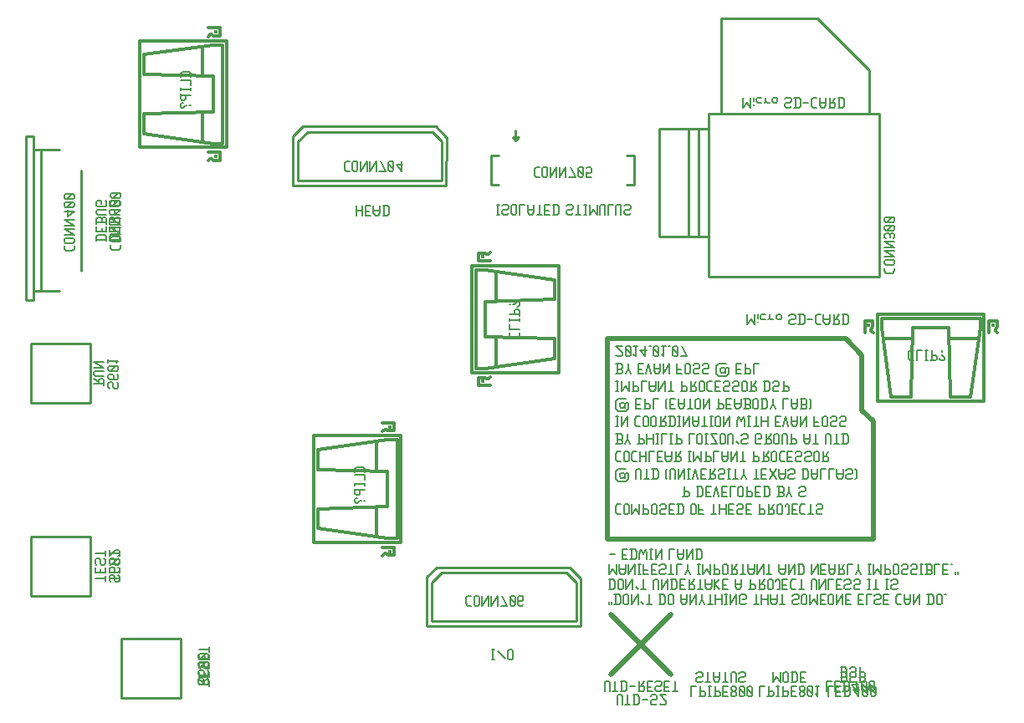
<source format=gbo>
G04 start of page 9 for group -4078 idx -4078 *
G04 Title: (unknown), bottomsilk *
G04 Creator: pcb 20110918 *
G04 CreationDate: Thu May 15 21:16:40 2014 UTC *
G04 For: fosse *
G04 Format: Gerber/RS-274X *
G04 PCB-Dimensions: 550000 450000 *
G04 PCB-Coordinate-Origin: lower left *
%MOIN*%
%FSLAX25Y25*%
%LNBOTTOMSILK*%
%ADD98C,0.0100*%
%ADD97C,0.0148*%
%ADD96C,0.0060*%
%ADD95C,0.0200*%
G54D95*X382500Y270500D02*X376000Y277000D01*
X281000D01*
X387000Y244000D02*X382500Y248500D01*
Y270500D01*
X282500Y143000D02*X306500Y167000D01*
Y143000D02*X282500Y167000D01*
X281000Y277000D02*Y197000D01*
X387000D01*
Y244000D02*Y197000D01*
G54D96*X336850Y282750D02*Y286750D01*
Y282750D02*X338350Y284750D01*
X339850Y282750D01*
Y286750D01*
X341050Y283750D02*Y283850D01*
Y285250D02*Y286750D01*
X342550Y284750D02*X344050D01*
X342050Y285250D02*X342550Y284750D01*
X342050Y285250D02*Y286250D01*
X342550Y286750D01*
X344050D01*
X345750Y285250D02*Y286750D01*
Y285250D02*X346250Y284750D01*
X347250D01*
X345250D02*X345750Y285250D01*
X348450D02*Y286250D01*
Y285250D02*X348950Y284750D01*
X349950D01*
X350450Y285250D01*
Y286250D01*
X349950Y286750D02*X350450Y286250D01*
X348950Y286750D02*X349950D01*
X348450Y286250D02*X348950Y286750D01*
X355450Y282750D02*X355950Y283250D01*
X353950Y282750D02*X355450D01*
X353450Y283250D02*X353950Y282750D01*
X353450Y283250D02*Y284250D01*
X353950Y284750D01*
X355450D01*
X355950Y285250D01*
Y286250D01*
X355450Y286750D02*X355950Y286250D01*
X353950Y286750D02*X355450D01*
X353450Y286250D02*X353950Y286750D01*
X357650Y282750D02*Y286750D01*
X358950Y282750D02*X359650Y283450D01*
Y286050D01*
X358950Y286750D02*X359650Y286050D01*
X357150Y286750D02*X358950D01*
X357150Y282750D02*X358950D01*
X360850Y284750D02*X362850D01*
X364750Y286750D02*X366050D01*
X364050Y286050D02*X364750Y286750D01*
X364050Y283450D02*Y286050D01*
Y283450D02*X364750Y282750D01*
X366050D01*
X367250Y283750D02*Y286750D01*
Y283750D02*X367950Y282750D01*
X369050D01*
X369750Y283750D01*
Y286750D01*
X367250Y284750D02*X369750D01*
X370950Y282750D02*X372950D01*
X373450Y283250D01*
Y284250D01*
X372950Y284750D02*X373450Y284250D01*
X371450Y284750D02*X372950D01*
X371450Y282750D02*Y286750D01*
X372250Y284750D02*X373450Y286750D01*
X375150Y282750D02*Y286750D01*
X376450Y282750D02*X377150Y283450D01*
Y286050D01*
X376450Y286750D02*X377150Y286050D01*
X374650Y286750D02*X376450D01*
X374650Y282750D02*X376450D01*
X285200Y232000D02*X286500D01*
X284500Y231300D02*X285200Y232000D01*
X284500Y228700D02*Y231300D01*
Y228700D02*X285200Y228000D01*
X286500D01*
X287700Y228500D02*Y231500D01*
Y228500D02*X288200Y228000D01*
X289200D01*
X289700Y228500D01*
Y231500D01*
X289200Y232000D02*X289700Y231500D01*
X288200Y232000D02*X289200D01*
X287700Y231500D02*X288200Y232000D01*
X291600D02*X292900D01*
X290900Y231300D02*X291600Y232000D01*
X290900Y228700D02*Y231300D01*
Y228700D02*X291600Y228000D01*
X292900D01*
X294100D02*Y232000D01*
X296600Y228000D02*Y232000D01*
X294100Y230000D02*X296600D01*
X297800Y228000D02*Y232000D01*
X299800D01*
X301000Y229800D02*X302500D01*
X301000Y232000D02*X303000D01*
X301000Y228000D02*Y232000D01*
Y228000D02*X303000D01*
X304200Y229000D02*Y232000D01*
Y229000D02*X304900Y228000D01*
X306000D01*
X306700Y229000D01*
Y232000D01*
X304200Y230000D02*X306700D01*
X307900Y228000D02*X309900D01*
X310400Y228500D01*
Y229500D01*
X309900Y230000D02*X310400Y229500D01*
X308400Y230000D02*X309900D01*
X308400Y228000D02*Y232000D01*
X309200Y230000D02*X310400Y232000D01*
X313400Y228000D02*X314400D01*
X313900D02*Y232000D01*
X313400D02*X314400D01*
X315600Y228000D02*Y232000D01*
Y228000D02*X317100Y230000D01*
X318600Y228000D01*
Y232000D01*
X320300Y228000D02*Y232000D01*
X319800Y228000D02*X321800D01*
X322300Y228500D01*
Y229500D01*
X321800Y230000D02*X322300Y229500D01*
X320300Y230000D02*X321800D01*
X323500Y228000D02*Y232000D01*
X325500D01*
X326700Y229000D02*Y232000D01*
Y229000D02*X327400Y228000D01*
X328500D01*
X329200Y229000D01*
Y232000D01*
X326700Y230000D02*X329200D01*
X330400Y228000D02*Y232000D01*
Y228000D02*X332900Y232000D01*
Y228000D02*Y232000D01*
X334100Y228000D02*X336100D01*
X335100D02*Y232000D01*
X339600Y228000D02*Y232000D01*
X339100Y228000D02*X341100D01*
X341600Y228500D01*
Y229500D01*
X341100Y230000D02*X341600Y229500D01*
X339600Y230000D02*X341100D01*
X342800Y228000D02*X344800D01*
X345300Y228500D01*
Y229500D01*
X344800Y230000D02*X345300Y229500D01*
X343300Y230000D02*X344800D01*
X343300Y228000D02*Y232000D01*
X344100Y230000D02*X345300Y232000D01*
X346500Y228500D02*Y231500D01*
Y228500D02*X347000Y228000D01*
X348000D01*
X348500Y228500D01*
Y231500D01*
X348000Y232000D02*X348500Y231500D01*
X347000Y232000D02*X348000D01*
X346500Y231500D02*X347000Y232000D01*
X350400D02*X351700D01*
X349700Y231300D02*X350400Y232000D01*
X349700Y228700D02*Y231300D01*
Y228700D02*X350400Y228000D01*
X351700D01*
X352900Y229800D02*X354400D01*
X352900Y232000D02*X354900D01*
X352900Y228000D02*Y232000D01*
Y228000D02*X354900D01*
X358100D02*X358600Y228500D01*
X356600Y228000D02*X358100D01*
X356100Y228500D02*X356600Y228000D01*
X356100Y228500D02*Y229500D01*
X356600Y230000D01*
X358100D01*
X358600Y230500D01*
Y231500D01*
X358100Y232000D02*X358600Y231500D01*
X356600Y232000D02*X358100D01*
X356100Y231500D02*X356600Y232000D01*
X361800Y228000D02*X362300Y228500D01*
X360300Y228000D02*X361800D01*
X359800Y228500D02*X360300Y228000D01*
X359800Y228500D02*Y229500D01*
X360300Y230000D01*
X361800D01*
X362300Y230500D01*
Y231500D01*
X361800Y232000D02*X362300Y231500D01*
X360300Y232000D02*X361800D01*
X359800Y231500D02*X360300Y232000D01*
X363500Y228500D02*Y231500D01*
Y228500D02*X364000Y228000D01*
X365000D01*
X365500Y228500D01*
Y231500D01*
X365000Y232000D02*X365500Y231500D01*
X364000Y232000D02*X365000D01*
X363500Y231500D02*X364000Y232000D01*
X366700Y228000D02*X368700D01*
X369200Y228500D01*
Y229500D01*
X368700Y230000D02*X369200Y229500D01*
X367200Y230000D02*X368700D01*
X367200Y228000D02*Y232000D01*
X368000Y230000D02*X369200Y232000D01*
X284500Y239000D02*X286500D01*
X287000Y238500D01*
Y237300D02*Y238500D01*
X286500Y236800D02*X287000Y237300D01*
X285000Y236800D02*X286500D01*
X285000Y235000D02*Y239000D01*
X284500Y235000D02*X286500D01*
X287000Y235500D01*
Y236300D01*
X286500Y236800D02*X287000Y236300D01*
X288200Y235000D02*X289200Y237000D01*
X290200Y235000D01*
X289200Y237000D02*Y239000D01*
X293700Y235000D02*Y239000D01*
X293200Y235000D02*X295200D01*
X295700Y235500D01*
Y236500D01*
X295200Y237000D02*X295700Y236500D01*
X293700Y237000D02*X295200D01*
X296900Y235000D02*Y239000D01*
X299400Y235000D02*Y239000D01*
X296900Y237000D02*X299400D01*
X300600Y235000D02*X301600D01*
X301100D02*Y239000D01*
X300600D02*X301600D01*
X302800Y235000D02*Y239000D01*
X304800D01*
X306000Y235000D02*X307000D01*
X306500D02*Y239000D01*
X306000D02*X307000D01*
X308700Y235000D02*Y239000D01*
X308200Y235000D02*X310200D01*
X310700Y235500D01*
Y236500D01*
X310200Y237000D02*X310700Y236500D01*
X308700Y237000D02*X310200D01*
X313700Y235000D02*Y239000D01*
X315700D01*
X316900Y235500D02*Y238500D01*
Y235500D02*X317400Y235000D01*
X318400D01*
X318900Y235500D01*
Y238500D01*
X318400Y239000D02*X318900Y238500D01*
X317400Y239000D02*X318400D01*
X316900Y238500D02*X317400Y239000D01*
X320100Y235000D02*X321100D01*
X320600D02*Y239000D01*
X320100D02*X321100D01*
X322300Y235000D02*X324800D01*
X322300Y239000D02*X324800Y235000D01*
X322300Y239000D02*X324800D01*
X326000Y235500D02*Y238500D01*
Y235500D02*X326500Y235000D01*
X327500D01*
X328000Y235500D01*
Y238500D01*
X327500Y239000D02*X328000Y238500D01*
X326500Y239000D02*X327500D01*
X326000Y238500D02*X326500Y239000D01*
X329200Y235000D02*Y238500D01*
X329700Y239000D01*
X330700D01*
X331200Y238500D01*
Y235000D02*Y238500D01*
X332400Y236000D02*X333400Y235000D01*
X336600D02*X337100Y235500D01*
X335100Y235000D02*X336600D01*
X334600Y235500D02*X335100Y235000D01*
X334600Y235500D02*Y236500D01*
X335100Y237000D01*
X336600D01*
X337100Y237500D01*
Y238500D01*
X336600Y239000D02*X337100Y238500D01*
X335100Y239000D02*X336600D01*
X334600Y238500D02*X335100Y239000D01*
X342100Y235000D02*X342600Y235500D01*
X340600Y235000D02*X342100D01*
X340100Y235500D02*X340600Y235000D01*
X340100Y235500D02*Y238500D01*
X340600Y239000D01*
X342100D01*
X342600Y238500D01*
Y237500D02*Y238500D01*
X342100Y237000D02*X342600Y237500D01*
X341100Y237000D02*X342100D01*
X343800Y235000D02*X345800D01*
X346300Y235500D01*
Y236500D01*
X345800Y237000D02*X346300Y236500D01*
X344300Y237000D02*X345800D01*
X344300Y235000D02*Y239000D01*
X345100Y237000D02*X346300Y239000D01*
X347500Y235500D02*Y238500D01*
Y235500D02*X348000Y235000D01*
X349000D01*
X349500Y235500D01*
Y238500D01*
X349000Y239000D02*X349500Y238500D01*
X348000Y239000D02*X349000D01*
X347500Y238500D02*X348000Y239000D01*
X350700Y235000D02*Y238500D01*
X351200Y239000D01*
X352200D01*
X352700Y238500D01*
Y235000D02*Y238500D01*
X354400Y235000D02*Y239000D01*
X353900Y235000D02*X355900D01*
X356400Y235500D01*
Y236500D01*
X355900Y237000D02*X356400Y236500D01*
X354400Y237000D02*X355900D01*
X359400Y236000D02*Y239000D01*
Y236000D02*X360100Y235000D01*
X361200D01*
X361900Y236000D01*
Y239000D01*
X359400Y237000D02*X361900D01*
X363100Y235000D02*X365100D01*
X364100D02*Y239000D01*
X368100Y235000D02*Y238500D01*
X368600Y239000D01*
X369600D01*
X370100Y238500D01*
Y235000D02*Y238500D01*
X371300Y235000D02*X373300D01*
X372300D02*Y239000D01*
X375000Y235000D02*Y239000D01*
X376300Y235000D02*X377000Y235700D01*
Y238300D01*
X376300Y239000D02*X377000Y238300D01*
X374500Y239000D02*X376300D01*
X374500Y235000D02*X376300D01*
X284500Y242000D02*X285500D01*
X285000D02*Y246000D01*
X284500D02*X285500D01*
X286700Y242000D02*Y246000D01*
Y242000D02*X289200Y246000D01*
Y242000D02*Y246000D01*
X292900D02*X294200D01*
X292200Y245300D02*X292900Y246000D01*
X292200Y242700D02*Y245300D01*
Y242700D02*X292900Y242000D01*
X294200D01*
X295400Y242500D02*Y245500D01*
Y242500D02*X295900Y242000D01*
X296900D01*
X297400Y242500D01*
Y245500D01*
X296900Y246000D02*X297400Y245500D01*
X295900Y246000D02*X296900D01*
X295400Y245500D02*X295900Y246000D01*
X298600Y242500D02*Y245500D01*
Y242500D02*X299100Y242000D01*
X300100D01*
X300600Y242500D01*
Y245500D01*
X300100Y246000D02*X300600Y245500D01*
X299100Y246000D02*X300100D01*
X298600Y245500D02*X299100Y246000D01*
X301800Y242000D02*X303800D01*
X304300Y242500D01*
Y243500D01*
X303800Y244000D02*X304300Y243500D01*
X302300Y244000D02*X303800D01*
X302300Y242000D02*Y246000D01*
X303100Y244000D02*X304300Y246000D01*
X306000Y242000D02*Y246000D01*
X307300Y242000D02*X308000Y242700D01*
Y245300D01*
X307300Y246000D02*X308000Y245300D01*
X305500Y246000D02*X307300D01*
X305500Y242000D02*X307300D01*
X309200D02*X310200D01*
X309700D02*Y246000D01*
X309200D02*X310200D01*
X311400Y242000D02*Y246000D01*
Y242000D02*X313900Y246000D01*
Y242000D02*Y246000D01*
X315100Y243000D02*Y246000D01*
Y243000D02*X315800Y242000D01*
X316900D01*
X317600Y243000D01*
Y246000D01*
X315100Y244000D02*X317600D01*
X318800Y242000D02*X320800D01*
X319800D02*Y246000D01*
X322000Y242000D02*X323000D01*
X322500D02*Y246000D01*
X322000D02*X323000D01*
X324200Y242500D02*Y245500D01*
Y242500D02*X324700Y242000D01*
X325700D01*
X326200Y242500D01*
Y245500D01*
X325700Y246000D02*X326200Y245500D01*
X324700Y246000D02*X325700D01*
X324200Y245500D02*X324700Y246000D01*
X327400Y242000D02*Y246000D01*
Y242000D02*X329900Y246000D01*
Y242000D02*Y246000D01*
X332900Y242000D02*Y244000D01*
X333400Y246000D01*
X334400Y244000D01*
X335400Y246000D01*
X335900Y244000D01*
Y242000D02*Y244000D01*
X337100Y242000D02*X338100D01*
X337600D02*Y246000D01*
X337100D02*X338100D01*
X339300Y242000D02*X341300D01*
X340300D02*Y246000D01*
X342500Y242000D02*Y246000D01*
X345000Y242000D02*Y246000D01*
X342500Y244000D02*X345000D01*
X348000Y243800D02*X349500D01*
X348000Y246000D02*X350000D01*
X348000Y242000D02*Y246000D01*
Y242000D02*X350000D01*
X351200D02*X352200Y246000D01*
X353200Y242000D01*
X354400Y243000D02*Y246000D01*
Y243000D02*X355100Y242000D01*
X356200D01*
X356900Y243000D01*
Y246000D01*
X354400Y244000D02*X356900D01*
X358100Y242000D02*Y246000D01*
Y242000D02*X360600Y246000D01*
Y242000D02*Y246000D01*
X363600Y242000D02*Y246000D01*
Y242000D02*X365600D01*
X363600Y243800D02*X365100D01*
X366800Y242500D02*Y245500D01*
Y242500D02*X367300Y242000D01*
X368300D01*
X368800Y242500D01*
Y245500D01*
X368300Y246000D02*X368800Y245500D01*
X367300Y246000D02*X368300D01*
X366800Y245500D02*X367300Y246000D01*
X372000Y242000D02*X372500Y242500D01*
X370500Y242000D02*X372000D01*
X370000Y242500D02*X370500Y242000D01*
X370000Y242500D02*Y243500D01*
X370500Y244000D01*
X372000D01*
X372500Y244500D01*
Y245500D01*
X372000Y246000D02*X372500Y245500D01*
X370500Y246000D02*X372000D01*
X370000Y245500D02*X370500Y246000D01*
X375700Y242000D02*X376200Y242500D01*
X374200Y242000D02*X375700D01*
X373700Y242500D02*X374200Y242000D01*
X373700Y242500D02*Y243500D01*
X374200Y244000D01*
X375700D01*
X376200Y244500D01*
Y245500D01*
X375700Y246000D02*X376200Y245500D01*
X374200Y246000D02*X375700D01*
X373700Y245500D02*X374200Y246000D01*
X284500Y249000D02*Y252000D01*
X285500Y253000D01*
X288500D01*
X289500Y249000D02*Y251500D01*
Y249000D02*X288500Y248000D01*
X285500D02*X288500D01*
X285500D02*X284500Y249000D01*
X286000Y250000D02*Y251000D01*
X286500Y251500D01*
X287500D01*
X288000Y251000D01*
X288500Y251500D01*
X288000Y249500D02*Y251000D01*
Y250000D02*X287500Y249500D01*
X286500D02*X287500D01*
X286500D02*X286000Y250000D01*
X288500Y251500D02*X289500D01*
X292500Y250800D02*X294000D01*
X292500Y253000D02*X294500D01*
X292500Y249000D02*Y253000D01*
Y249000D02*X294500D01*
X296200D02*Y253000D01*
X295700Y249000D02*X297700D01*
X298200Y249500D01*
Y250500D01*
X297700Y251000D02*X298200Y250500D01*
X296200Y251000D02*X297700D01*
X299400Y249000D02*Y253000D01*
X301400D01*
X304400Y252500D02*X304900Y253000D01*
X304400Y249500D02*X304900Y249000D01*
X304400Y249500D02*Y252500D01*
X306100Y250800D02*X307600D01*
X306100Y253000D02*X308100D01*
X306100Y249000D02*Y253000D01*
Y249000D02*X308100D01*
X309300Y250000D02*Y253000D01*
Y250000D02*X310000Y249000D01*
X311100D01*
X311800Y250000D01*
Y253000D01*
X309300Y251000D02*X311800D01*
X313000Y249000D02*X315000D01*
X314000D02*Y253000D01*
X316200Y249500D02*Y252500D01*
Y249500D02*X316700Y249000D01*
X317700D01*
X318200Y249500D01*
Y252500D01*
X317700Y253000D02*X318200Y252500D01*
X316700Y253000D02*X317700D01*
X316200Y252500D02*X316700Y253000D01*
X319400Y249000D02*Y253000D01*
Y249000D02*X321900Y253000D01*
Y249000D02*Y253000D01*
X325400Y249000D02*Y253000D01*
X324900Y249000D02*X326900D01*
X327400Y249500D01*
Y250500D01*
X326900Y251000D02*X327400Y250500D01*
X325400Y251000D02*X326900D01*
X328600Y250800D02*X330100D01*
X328600Y253000D02*X330600D01*
X328600Y249000D02*Y253000D01*
Y249000D02*X330600D01*
X331800Y250000D02*Y253000D01*
Y250000D02*X332500Y249000D01*
X333600D01*
X334300Y250000D01*
Y253000D01*
X331800Y251000D02*X334300D01*
X335500Y253000D02*X337500D01*
X338000Y252500D01*
Y251300D02*Y252500D01*
X337500Y250800D02*X338000Y251300D01*
X336000Y250800D02*X337500D01*
X336000Y249000D02*Y253000D01*
X335500Y249000D02*X337500D01*
X338000Y249500D01*
Y250300D01*
X337500Y250800D02*X338000Y250300D01*
X339200Y249500D02*Y252500D01*
Y249500D02*X339700Y249000D01*
X340700D01*
X341200Y249500D01*
Y252500D01*
X340700Y253000D02*X341200Y252500D01*
X339700Y253000D02*X340700D01*
X339200Y252500D02*X339700Y253000D01*
X342900Y249000D02*Y253000D01*
X344200Y249000D02*X344900Y249700D01*
Y252300D01*
X344200Y253000D02*X344900Y252300D01*
X342400Y253000D02*X344200D01*
X342400Y249000D02*X344200D01*
X346100D02*X347100Y251000D01*
X348100Y249000D01*
X347100Y251000D02*Y253000D01*
X351100Y249000D02*Y253000D01*
X353100D01*
X354300Y250000D02*Y253000D01*
Y250000D02*X355000Y249000D01*
X356100D01*
X356800Y250000D01*
Y253000D01*
X354300Y251000D02*X356800D01*
X358000Y253000D02*X360000D01*
X360500Y252500D01*
Y251300D02*Y252500D01*
X360000Y250800D02*X360500Y251300D01*
X358500Y250800D02*X360000D01*
X358500Y249000D02*Y253000D01*
X358000Y249000D02*X360000D01*
X360500Y249500D01*
Y250300D01*
X360000Y250800D02*X360500Y250300D01*
X361700Y249000D02*X362200Y249500D01*
Y252500D01*
X361700Y253000D02*X362200Y252500D01*
X284600Y256100D02*X285600D01*
X285100D02*Y260100D01*
X284600D02*X285600D01*
X286800Y256100D02*Y260100D01*
Y256100D02*X288300Y258100D01*
X289800Y256100D01*
Y260100D01*
X291500Y256100D02*Y260100D01*
X291000Y256100D02*X293000D01*
X293500Y256600D01*
Y257600D01*
X293000Y258100D02*X293500Y257600D01*
X291500Y258100D02*X293000D01*
X294700Y256100D02*Y260100D01*
X296700D01*
X297900Y257100D02*Y260100D01*
Y257100D02*X298600Y256100D01*
X299700D01*
X300400Y257100D01*
Y260100D01*
X297900Y258100D02*X300400D01*
X301600Y256100D02*Y260100D01*
Y256100D02*X304100Y260100D01*
Y256100D02*Y260100D01*
X305300Y256100D02*X307300D01*
X306300D02*Y260100D01*
X310800Y256100D02*Y260100D01*
X310300Y256100D02*X312300D01*
X312800Y256600D01*
Y257600D01*
X312300Y258100D02*X312800Y257600D01*
X310800Y258100D02*X312300D01*
X314000Y256100D02*X316000D01*
X316500Y256600D01*
Y257600D01*
X316000Y258100D02*X316500Y257600D01*
X314500Y258100D02*X316000D01*
X314500Y256100D02*Y260100D01*
X315300Y258100D02*X316500Y260100D01*
X317700Y256600D02*Y259600D01*
Y256600D02*X318200Y256100D01*
X319200D01*
X319700Y256600D01*
Y259600D01*
X319200Y260100D02*X319700Y259600D01*
X318200Y260100D02*X319200D01*
X317700Y259600D02*X318200Y260100D01*
X321600D02*X322900D01*
X320900Y259400D02*X321600Y260100D01*
X320900Y256800D02*Y259400D01*
Y256800D02*X321600Y256100D01*
X322900D01*
X324100Y257900D02*X325600D01*
X324100Y260100D02*X326100D01*
X324100Y256100D02*Y260100D01*
Y256100D02*X326100D01*
X329300D02*X329800Y256600D01*
X327800Y256100D02*X329300D01*
X327300Y256600D02*X327800Y256100D01*
X327300Y256600D02*Y257600D01*
X327800Y258100D01*
X329300D01*
X329800Y258600D01*
Y259600D01*
X329300Y260100D02*X329800Y259600D01*
X327800Y260100D02*X329300D01*
X327300Y259600D02*X327800Y260100D01*
X333000Y256100D02*X333500Y256600D01*
X331500Y256100D02*X333000D01*
X331000Y256600D02*X331500Y256100D01*
X331000Y256600D02*Y257600D01*
X331500Y258100D01*
X333000D01*
X333500Y258600D01*
Y259600D01*
X333000Y260100D02*X333500Y259600D01*
X331500Y260100D02*X333000D01*
X331000Y259600D02*X331500Y260100D01*
X334700Y256600D02*Y259600D01*
Y256600D02*X335200Y256100D01*
X336200D01*
X336700Y256600D01*
Y259600D01*
X336200Y260100D02*X336700Y259600D01*
X335200Y260100D02*X336200D01*
X334700Y259600D02*X335200Y260100D01*
X337900Y256100D02*X339900D01*
X340400Y256600D01*
Y257600D01*
X339900Y258100D02*X340400Y257600D01*
X338400Y258100D02*X339900D01*
X338400Y256100D02*Y260100D01*
X339200Y258100D02*X340400Y260100D01*
X343900Y256100D02*Y260100D01*
X345200Y256100D02*X345900Y256800D01*
Y259400D01*
X345200Y260100D02*X345900Y259400D01*
X343400Y260100D02*X345200D01*
X343400Y256100D02*X345200D01*
X349100D02*X349600Y256600D01*
X347600Y256100D02*X349100D01*
X347100Y256600D02*X347600Y256100D01*
X347100Y256600D02*Y257600D01*
X347600Y258100D01*
X349100D01*
X349600Y258600D01*
Y259600D01*
X349100Y260100D02*X349600Y259600D01*
X347600Y260100D02*X349100D01*
X347100Y259600D02*X347600Y260100D01*
X351300Y256100D02*Y260100D01*
X350800Y256100D02*X352800D01*
X353300Y256600D01*
Y257600D01*
X352800Y258100D02*X353300Y257600D01*
X351300Y258100D02*X352800D01*
X284600Y267100D02*X286600D01*
X287100Y266600D01*
Y265400D02*Y266600D01*
X286600Y264900D02*X287100Y265400D01*
X285100Y264900D02*X286600D01*
X285100Y263100D02*Y267100D01*
X284600Y263100D02*X286600D01*
X287100Y263600D01*
Y264400D01*
X286600Y264900D02*X287100Y264400D01*
X288300Y263100D02*X289300Y265100D01*
X290300Y263100D01*
X289300Y265100D02*Y267100D01*
X293300Y264900D02*X294800D01*
X293300Y267100D02*X295300D01*
X293300Y263100D02*Y267100D01*
Y263100D02*X295300D01*
X296500D02*X297500Y267100D01*
X298500Y263100D01*
X299700Y264100D02*Y267100D01*
Y264100D02*X300400Y263100D01*
X301500D01*
X302200Y264100D01*
Y267100D01*
X299700Y265100D02*X302200D01*
X303400Y263100D02*Y267100D01*
Y263100D02*X305900Y267100D01*
Y263100D02*Y267100D01*
X308900Y263100D02*Y267100D01*
Y263100D02*X310900D01*
X308900Y264900D02*X310400D01*
X312100Y263600D02*Y266600D01*
Y263600D02*X312600Y263100D01*
X313600D01*
X314100Y263600D01*
Y266600D01*
X313600Y267100D02*X314100Y266600D01*
X312600Y267100D02*X313600D01*
X312100Y266600D02*X312600Y267100D01*
X317300Y263100D02*X317800Y263600D01*
X315800Y263100D02*X317300D01*
X315300Y263600D02*X315800Y263100D01*
X315300Y263600D02*Y264600D01*
X315800Y265100D01*
X317300D01*
X317800Y265600D01*
Y266600D01*
X317300Y267100D02*X317800Y266600D01*
X315800Y267100D02*X317300D01*
X315300Y266600D02*X315800Y267100D01*
X321000Y263100D02*X321500Y263600D01*
X319500Y263100D02*X321000D01*
X319000Y263600D02*X319500Y263100D01*
X319000Y263600D02*Y264600D01*
X319500Y265100D01*
X321000D01*
X321500Y265600D01*
Y266600D01*
X321000Y267100D02*X321500Y266600D01*
X319500Y267100D02*X321000D01*
X319000Y266600D02*X319500Y267100D01*
X324500Y263100D02*Y266100D01*
X325500Y267100D01*
X328500D01*
X329500Y263100D02*Y265600D01*
Y263100D02*X328500Y262100D01*
X325500D02*X328500D01*
X325500D02*X324500Y263100D01*
X326000Y264100D02*Y265100D01*
X326500Y265600D01*
X327500D01*
X328000Y265100D01*
X328500Y265600D01*
X328000Y263600D02*Y265100D01*
Y264100D02*X327500Y263600D01*
X326500D02*X327500D01*
X326500D02*X326000Y264100D01*
X328500Y265600D02*X329500D01*
X332500Y264900D02*X334000D01*
X332500Y267100D02*X334500D01*
X332500Y263100D02*Y267100D01*
Y263100D02*X334500D01*
X336200D02*Y267100D01*
X335700Y263100D02*X337700D01*
X338200Y263600D01*
Y264600D01*
X337700Y265100D02*X338200Y264600D01*
X336200Y265100D02*X337700D01*
X339400Y263100D02*Y267100D01*
X341400D01*
X284600Y270600D02*X285100Y270100D01*
X286600D01*
X287100Y270600D01*
Y271600D01*
X284600Y274100D02*X287100Y271600D01*
X284600Y274100D02*X287100D01*
X288300Y273600D02*X288800Y274100D01*
X288300Y270600D02*Y273600D01*
Y270600D02*X288800Y270100D01*
X289800D01*
X290300Y270600D01*
Y273600D01*
X289800Y274100D02*X290300Y273600D01*
X288800Y274100D02*X289800D01*
X288300Y273100D02*X290300Y271100D01*
X291500Y270900D02*X292300Y270100D01*
Y274100D01*
X291500D02*X293000D01*
X294200Y272600D02*X296200Y270100D01*
X294200Y272600D02*X296700D01*
X296200Y270100D02*Y274100D01*
X297900D02*X298400D01*
X299600Y273600D02*X300100Y274100D01*
X299600Y270600D02*Y273600D01*
Y270600D02*X300100Y270100D01*
X301100D01*
X301600Y270600D01*
Y273600D01*
X301100Y274100D02*X301600Y273600D01*
X300100Y274100D02*X301100D01*
X299600Y273100D02*X301600Y271100D01*
X302800Y270900D02*X303600Y270100D01*
Y274100D01*
X302800D02*X304300D01*
X305500D02*X306000D01*
X307200Y273600D02*X307700Y274100D01*
X307200Y270600D02*Y273600D01*
Y270600D02*X307700Y270100D01*
X308700D01*
X309200Y270600D01*
Y273600D01*
X308700Y274100D02*X309200Y273600D01*
X307700Y274100D02*X308700D01*
X307200Y273100D02*X309200Y271100D01*
X310900Y274100D02*X312900Y270100D01*
X310400D02*X312900D01*
X335249Y369248D02*Y373248D01*
Y369248D02*X336749Y371248D01*
X338249Y369248D01*
Y373248D01*
X339449Y370248D02*Y370348D01*
Y371748D02*Y373248D01*
X340949Y371248D02*X342449D01*
X340449Y371748D02*X340949Y371248D01*
X340449Y371748D02*Y372748D01*
X340949Y373248D01*
X342449D01*
X344149Y371748D02*Y373248D01*
Y371748D02*X344649Y371248D01*
X345649D01*
X343649D02*X344149Y371748D01*
X346849D02*Y372748D01*
Y371748D02*X347349Y371248D01*
X348349D01*
X348849Y371748D01*
Y372748D01*
X348349Y373248D02*X348849Y372748D01*
X347349Y373248D02*X348349D01*
X346849Y372748D02*X347349Y373248D01*
X353849Y369248D02*X354349Y369748D01*
X352349Y369248D02*X353849D01*
X351849Y369748D02*X352349Y369248D01*
X351849Y369748D02*Y370748D01*
X352349Y371248D01*
X353849D01*
X354349Y371748D01*
Y372748D01*
X353849Y373248D02*X354349Y372748D01*
X352349Y373248D02*X353849D01*
X351849Y372748D02*X352349Y373248D01*
X356049Y369248D02*Y373248D01*
X357349Y369248D02*X358049Y369948D01*
Y372548D01*
X357349Y373248D02*X358049Y372548D01*
X355549Y373248D02*X357349D01*
X355549Y369248D02*X357349D01*
X359249Y371248D02*X361249D01*
X363149Y373248D02*X364449D01*
X362449Y372548D02*X363149Y373248D01*
X362449Y369948D02*Y372548D01*
Y369948D02*X363149Y369248D01*
X364449D01*
X365649Y370248D02*Y373248D01*
Y370248D02*X366349Y369248D01*
X367449D01*
X368149Y370248D01*
Y373248D01*
X365649Y371248D02*X368149D01*
X369349Y369248D02*X371349D01*
X371849Y369748D01*
Y370748D01*
X371349Y371248D02*X371849Y370748D01*
X369849Y371248D02*X371349D01*
X369849Y369248D02*Y373248D01*
X370649Y371248D02*X371849Y373248D01*
X373549Y369248D02*Y373248D01*
X374849Y369248D02*X375549Y369948D01*
Y372548D01*
X374849Y373248D02*X375549Y372548D01*
X373049Y373248D02*X374849D01*
X373049Y369248D02*X374849D01*
X237000Y326500D02*X238000D01*
X237500D02*Y330500D01*
X237000D02*X238000D01*
X241200Y326500D02*X241700Y327000D01*
X239700Y326500D02*X241200D01*
X239200Y327000D02*X239700Y326500D01*
X239200Y327000D02*Y328000D01*
X239700Y328500D01*
X241200D01*
X241700Y329000D01*
Y330000D01*
X241200Y330500D02*X241700Y330000D01*
X239700Y330500D02*X241200D01*
X239200Y330000D02*X239700Y330500D01*
X242900Y327000D02*Y330000D01*
Y327000D02*X243400Y326500D01*
X244400D01*
X244900Y327000D01*
Y330000D01*
X244400Y330500D02*X244900Y330000D01*
X243400Y330500D02*X244400D01*
X242900Y330000D02*X243400Y330500D01*
X246100Y326500D02*Y330500D01*
X248100D01*
X249300Y327500D02*Y330500D01*
Y327500D02*X250000Y326500D01*
X251100D01*
X251800Y327500D01*
Y330500D01*
X249300Y328500D02*X251800D01*
X253000Y326500D02*X255000D01*
X254000D02*Y330500D01*
X256200Y328300D02*X257700D01*
X256200Y330500D02*X258200D01*
X256200Y326500D02*Y330500D01*
Y326500D02*X258200D01*
X259900D02*Y330500D01*
X261200Y326500D02*X261900Y327200D01*
Y329800D01*
X261200Y330500D02*X261900Y329800D01*
X259400Y330500D02*X261200D01*
X259400Y326500D02*X261200D01*
X266900D02*X267400Y327000D01*
X265400Y326500D02*X266900D01*
X264900Y327000D02*X265400Y326500D01*
X264900Y327000D02*Y328000D01*
X265400Y328500D01*
X266900D01*
X267400Y329000D01*
Y330000D01*
X266900Y330500D02*X267400Y330000D01*
X265400Y330500D02*X266900D01*
X264900Y330000D02*X265400Y330500D01*
X268600Y326500D02*X270600D01*
X269600D02*Y330500D01*
X271800Y326500D02*X272800D01*
X272300D02*Y330500D01*
X271800D02*X272800D01*
X274000Y326500D02*Y330500D01*
Y326500D02*X275500Y328500D01*
X277000Y326500D01*
Y330500D01*
X278200Y326500D02*Y330000D01*
X278700Y330500D01*
X279700D01*
X280200Y330000D01*
Y326500D02*Y330000D01*
X281400Y326500D02*Y330500D01*
X283400D01*
X284600Y326500D02*Y330000D01*
X285100Y330500D01*
X286100D01*
X286600Y330000D01*
Y326500D02*Y330000D01*
X289800Y326500D02*X290300Y327000D01*
X288300Y326500D02*X289800D01*
X287800Y327000D02*X288300Y326500D01*
X287800Y327000D02*Y328000D01*
X288300Y328500D01*
X289800D01*
X290300Y329000D01*
Y330000D01*
X289800Y330500D02*X290300Y330000D01*
X288300Y330500D02*X289800D01*
X287800Y330000D02*X288300Y330500D01*
X122500Y138500D02*Y140500D01*
X122000Y141000D01*
X121000D02*X122000D01*
X120500Y140500D02*X121000Y141000D01*
X120500Y139000D02*Y140500D01*
X118500Y139000D02*X122500D01*
X120500Y139800D02*X118500Y141000D01*
X120700Y142200D02*Y143700D01*
X118500Y142200D02*Y144200D01*
Y142200D02*X122500D01*
Y144200D01*
Y147400D02*X122000Y147900D01*
X122500Y145900D02*Y147400D01*
X122000Y145400D02*X122500Y145900D01*
X121000Y145400D02*X122000D01*
X121000D02*X120500Y145900D01*
Y147400D01*
X120000Y147900D01*
X119000D02*X120000D01*
X118500Y147400D02*X119000Y147900D01*
X118500Y145900D02*Y147400D01*
X119000Y145400D02*X118500Y145900D01*
X120700Y149100D02*Y150600D01*
X118500Y149100D02*Y151100D01*
Y149100D02*X122500D01*
Y151100D01*
Y152300D02*Y154300D01*
X118500Y153300D02*X122500D01*
X82700Y316500D02*X86700D01*
Y317800D02*X86000Y318500D01*
X83400D02*X86000D01*
X82700Y317800D02*X83400Y318500D01*
X82700Y316000D02*Y317800D01*
X86700Y316000D02*Y317800D01*
X84900Y319700D02*Y321200D01*
X82700Y319700D02*Y321700D01*
Y319700D02*X86700D01*
Y321700D01*
X82700Y322900D02*Y324900D01*
X83200Y325400D01*
X84400D01*
X84900Y324900D02*X84400Y325400D01*
X84900Y323400D02*Y324900D01*
X82700Y323400D02*X86700D01*
Y322900D02*Y324900D01*
X86200Y325400D01*
X85400D02*X86200D01*
X84900Y324900D02*X85400Y325400D01*
X83200Y326600D02*X86700D01*
X83200D02*X82700Y327100D01*
Y328100D01*
X83200Y328600D01*
X86700D01*
Y331800D02*X86200Y332300D01*
X86700Y330300D02*Y331800D01*
X86200Y329800D02*X86700Y330300D01*
X83200Y329800D02*X86200D01*
X83200D02*X82700Y330300D01*
Y331800D01*
X83200Y332300D01*
X84200D01*
X84700Y331800D02*X84200Y332300D01*
X84700Y330800D02*Y331800D01*
X181010Y326190D02*Y330190D01*
X183510Y326190D02*Y330190D01*
X181010Y328190D02*X183510D01*
X184710Y327990D02*X186210D01*
X184710Y330190D02*X186710D01*
X184710Y326190D02*Y330190D01*
Y326190D02*X186710D01*
X187910Y327190D02*Y330190D01*
Y327190D02*X188610Y326190D01*
X189710D01*
X190410Y327190D01*
Y330190D01*
X187910Y328190D02*X190410D01*
X192110Y326190D02*Y330190D01*
X193410Y326190D02*X194110Y326890D01*
Y329490D01*
X193410Y330190D02*X194110Y329490D01*
X191610Y330190D02*X193410D01*
X191610Y326190D02*X193410D01*
X86700Y180500D02*Y182500D01*
X82700Y181500D02*X86700D01*
X84900Y183700D02*Y185200D01*
X82700Y183700D02*Y185700D01*
Y183700D02*X86700D01*
Y185700D01*
Y188900D02*X86200Y189400D01*
X86700Y187400D02*Y188900D01*
X86200Y186900D02*X86700Y187400D01*
X85200Y186900D02*X86200D01*
X85200D02*X84700Y187400D01*
Y188900D01*
X84200Y189400D01*
X83200D02*X84200D01*
X82700Y188900D02*X83200Y189400D01*
X82700Y187400D02*Y188900D01*
X83200Y186900D02*X82700Y187400D01*
X86700Y190600D02*Y192600D01*
X82700Y191600D02*X86700D01*
X80499Y258498D02*Y260498D01*
X79999Y260998D01*
X78999D02*X79999D01*
X78499Y260498D02*X78999Y260998D01*
X78499Y258998D02*Y260498D01*
X76499Y258998D02*X80499D01*
X78499Y259798D02*X76499Y260998D01*
X76999Y262198D02*X80499D01*
X76999D02*X76499Y262698D01*
Y263698D01*
X76999Y264198D01*
X80499D01*
X76499Y265398D02*X80499D01*
X76499Y267898D01*
X80499D01*
X77499Y316498D02*X81499D01*
Y317798D02*X80799Y318498D01*
X78199D02*X80799D01*
X77499Y317798D02*X78199Y318498D01*
X77499Y315998D02*Y317798D01*
X81499Y315998D02*Y317798D01*
X79699Y319698D02*Y321198D01*
X77499Y319698D02*Y321698D01*
Y319698D02*X81499D01*
Y321698D01*
X77499Y322898D02*Y324898D01*
X77999Y325398D01*
X79199D01*
X79699Y324898D02*X79199Y325398D01*
X79699Y323398D02*Y324898D01*
X77499Y323398D02*X81499D01*
Y322898D02*Y324898D01*
X80999Y325398D01*
X80199D02*X80999D01*
X79699Y324898D02*X80199Y325398D01*
X77999Y326598D02*X81499D01*
X77999D02*X77499Y327098D01*
Y328098D01*
X77999Y328598D01*
X81499D01*
Y331798D02*X80999Y332298D01*
X81499Y330298D02*Y331798D01*
X80999Y329798D02*X81499Y330298D01*
X77999Y329798D02*X80999D01*
X77999D02*X77499Y330298D01*
Y331798D01*
X77999Y332298D01*
X78999D01*
X79499Y331798D02*X78999Y332298D01*
X79499Y330798D02*Y331798D01*
X80999Y180498D02*Y182498D01*
X76999Y181498D02*X80999D01*
X79199Y183698D02*Y185198D01*
X76999Y183698D02*Y185698D01*
Y183698D02*X80999D01*
Y185698D01*
Y188898D02*X80499Y189398D01*
X80999Y187398D02*Y188898D01*
X80499Y186898D02*X80999Y187398D01*
X79499Y186898D02*X80499D01*
X79499D02*X78999Y187398D01*
Y188898D01*
X78499Y189398D01*
X77499D02*X78499D01*
X76999Y188898D02*X77499Y189398D01*
X76999Y187398D02*Y188898D01*
X77499Y186898D02*X76999Y187398D01*
X80999Y190598D02*Y192598D01*
X76999Y191598D02*X80999D01*
X369000Y134500D02*Y138500D01*
X371000D01*
X372200Y136300D02*X373700D01*
X372200Y138500D02*X374200D01*
X372200Y134500D02*Y138500D01*
Y134500D02*X374200D01*
X375900D02*Y138500D01*
X377200Y134500D02*X377900Y135200D01*
Y137800D01*
X377200Y138500D02*X377900Y137800D01*
X375400Y138500D02*X377200D01*
X375400Y134500D02*X377200D01*
X379100Y137000D02*X381100Y134500D01*
X379100Y137000D02*X381600D01*
X381100Y134500D02*Y138500D01*
X382800Y138000D02*X383300Y138500D01*
X382800Y135000D02*Y138000D01*
Y135000D02*X383300Y134500D01*
X384300D01*
X384800Y135000D01*
Y138000D01*
X384300Y138500D02*X384800Y138000D01*
X383300Y138500D02*X384300D01*
X382800Y137500D02*X384800Y135500D01*
X386000Y138000D02*X386500Y138500D01*
X386000Y135000D02*Y138000D01*
Y135000D02*X386500Y134500D01*
X387500D01*
X388000Y135000D01*
Y138000D01*
X387500Y138500D02*X388000Y138000D01*
X386500Y138500D02*X387500D01*
X386000Y137500D02*X388000Y135500D01*
X368499Y136498D02*Y140498D01*
X370499D01*
X371699Y138298D02*X373199D01*
X371699Y140498D02*X373699D01*
X371699Y136498D02*Y140498D01*
Y136498D02*X373699D01*
X375399D02*Y140498D01*
X376699Y136498D02*X377399Y137198D01*
Y139798D01*
X376699Y140498D02*X377399Y139798D01*
X374899Y140498D02*X376699D01*
X374899Y136498D02*X376699D01*
X378599Y138998D02*X380599Y136498D01*
X378599Y138998D02*X381099D01*
X380599Y136498D02*Y140498D01*
X382299Y139998D02*X382799Y140498D01*
X382299Y136998D02*Y139998D01*
Y136998D02*X382799Y136498D01*
X383799D01*
X384299Y136998D01*
Y139998D01*
X383799Y140498D02*X384299Y139998D01*
X382799Y140498D02*X383799D01*
X382299Y139498D02*X384299Y137498D01*
X385499Y139998D02*X385999Y140498D01*
X385499Y136998D02*Y139998D01*
Y136998D02*X385999Y136498D01*
X386999D01*
X387499Y136998D01*
Y139998D01*
X386999Y140498D02*X387499Y139998D01*
X385999Y140498D02*X386999D01*
X385499Y139498D02*X387499Y137498D01*
X374500Y140000D02*Y144000D01*
X375800Y140000D02*X376500Y140700D01*
Y143300D01*
X375800Y144000D02*X376500Y143300D01*
X374000Y144000D02*X375800D01*
X374000Y140000D02*X375800D01*
X379700D02*X380200Y140500D01*
X378200Y140000D02*X379700D01*
X377700Y140500D02*X378200Y140000D01*
X377700Y140500D02*Y141500D01*
X378200Y142000D01*
X379700D01*
X380200Y142500D01*
Y143500D01*
X379700Y144000D02*X380200Y143500D01*
X378200Y144000D02*X379700D01*
X377700Y143500D02*X378200Y144000D01*
X381900Y140000D02*Y144000D01*
X381400Y140000D02*X383400D01*
X383900Y140500D01*
Y141500D01*
X383400Y142000D02*X383900Y141500D01*
X381900Y142000D02*X383400D01*
X374499Y141998D02*Y145998D01*
X375799Y141998D02*X376499Y142698D01*
Y145298D01*
X375799Y145998D02*X376499Y145298D01*
X373999Y145998D02*X375799D01*
X373999Y141998D02*X375799D01*
X379699D02*X380199Y142498D01*
X378199Y141998D02*X379699D01*
X377699Y142498D02*X378199Y141998D01*
X377699Y142498D02*Y143498D01*
X378199Y143998D01*
X379699D01*
X380199Y144498D01*
Y145498D01*
X379699Y145998D02*X380199Y145498D01*
X378199Y145998D02*X379699D01*
X377699Y145498D02*X378199Y145998D01*
X381899Y141998D02*Y145998D01*
X381399Y141998D02*X383399D01*
X383899Y142498D01*
Y143498D01*
X383399Y143998D02*X383899Y143498D01*
X381899Y143998D02*X383399D01*
X282200Y177000D02*Y181000D01*
X283500Y177000D02*X284200Y177700D01*
Y180300D01*
X283500Y181000D02*X284200Y180300D01*
X281700Y181000D02*X283500D01*
X281700Y177000D02*X283500D01*
X285400Y177500D02*Y180500D01*
Y177500D02*X285900Y177000D01*
X286900D01*
X287400Y177500D01*
Y180500D01*
X286900Y181000D02*X287400Y180500D01*
X285900Y181000D02*X286900D01*
X285400Y180500D02*X285900Y181000D01*
X288600Y177000D02*Y181000D01*
Y177000D02*X291100Y181000D01*
Y177000D02*Y181000D01*
X292300Y178000D02*X293300Y177000D01*
X294500D02*X296500D01*
X295500D02*Y181000D01*
X299500Y177000D02*Y180500D01*
X300000Y181000D01*
X301000D01*
X301500Y180500D01*
Y177000D02*Y180500D01*
X302700Y177000D02*Y181000D01*
Y177000D02*X305200Y181000D01*
Y177000D02*Y181000D01*
X306900Y177000D02*Y181000D01*
X308200Y177000D02*X308900Y177700D01*
Y180300D01*
X308200Y181000D02*X308900Y180300D01*
X306400Y181000D02*X308200D01*
X306400Y177000D02*X308200D01*
X310100Y178800D02*X311600D01*
X310100Y181000D02*X312100D01*
X310100Y177000D02*Y181000D01*
Y177000D02*X312100D01*
X313300D02*X315300D01*
X315800Y177500D01*
Y178500D01*
X315300Y179000D02*X315800Y178500D01*
X313800Y179000D02*X315300D01*
X313800Y177000D02*Y181000D01*
X314600Y179000D02*X315800Y181000D01*
X317000Y177000D02*X319000D01*
X318000D02*Y181000D01*
X320200Y178000D02*Y181000D01*
Y178000D02*X320900Y177000D01*
X322000D01*
X322700Y178000D01*
Y181000D01*
X320200Y179000D02*X322700D01*
X323900Y177000D02*Y181000D01*
Y179000D02*X325900Y177000D01*
X323900Y179000D02*X325900Y181000D01*
X327100Y178800D02*X328600D01*
X327100Y181000D02*X329100D01*
X327100Y177000D02*Y181000D01*
Y177000D02*X329100D01*
X332100Y178000D02*Y181000D01*
Y178000D02*X332800Y177000D01*
X333900D01*
X334600Y178000D01*
Y181000D01*
X332100Y179000D02*X334600D01*
X338100Y177000D02*Y181000D01*
X337600Y177000D02*X339600D01*
X340100Y177500D01*
Y178500D01*
X339600Y179000D02*X340100Y178500D01*
X338100Y179000D02*X339600D01*
X341300Y177000D02*X343300D01*
X343800Y177500D01*
Y178500D01*
X343300Y179000D02*X343800Y178500D01*
X341800Y179000D02*X343300D01*
X341800Y177000D02*Y181000D01*
X342600Y179000D02*X343800Y181000D01*
X345000Y177500D02*Y180500D01*
Y177500D02*X345500Y177000D01*
X346500D01*
X347000Y177500D01*
Y180500D01*
X346500Y181000D02*X347000Y180500D01*
X345500Y181000D02*X346500D01*
X345000Y180500D02*X345500Y181000D01*
X348900Y177000D02*X349700D01*
Y180500D01*
X349200Y181000D02*X349700Y180500D01*
X348700Y181000D02*X349200D01*
X348200Y180500D02*X348700Y181000D01*
X348200Y180000D02*Y180500D01*
X350900Y178800D02*X352400D01*
X350900Y181000D02*X352900D01*
X350900Y177000D02*Y181000D01*
Y177000D02*X352900D01*
X354800Y181000D02*X356100D01*
X354100Y180300D02*X354800Y181000D01*
X354100Y177700D02*Y180300D01*
Y177700D02*X354800Y177000D01*
X356100D01*
X357300D02*X359300D01*
X358300D02*Y181000D01*
X362300Y177000D02*Y180500D01*
X362800Y181000D01*
X363800D01*
X364300Y180500D01*
Y177000D02*Y180500D01*
X365500Y177000D02*Y181000D01*
Y177000D02*X368000Y181000D01*
Y177000D02*Y181000D01*
X369200Y177000D02*Y181000D01*
X371200D01*
X372400Y178800D02*X373900D01*
X372400Y181000D02*X374400D01*
X372400Y177000D02*Y181000D01*
Y177000D02*X374400D01*
X377600D02*X378100Y177500D01*
X376100Y177000D02*X377600D01*
X375600Y177500D02*X376100Y177000D01*
X375600Y177500D02*Y178500D01*
X376100Y179000D01*
X377600D01*
X378100Y179500D01*
Y180500D01*
X377600Y181000D02*X378100Y180500D01*
X376100Y181000D02*X377600D01*
X375600Y180500D02*X376100Y181000D01*
X381300Y177000D02*X381800Y177500D01*
X379800Y177000D02*X381300D01*
X379300Y177500D02*X379800Y177000D01*
X379300Y177500D02*Y178500D01*
X379800Y179000D01*
X381300D01*
X381800Y179500D01*
Y180500D01*
X381300Y181000D02*X381800Y180500D01*
X379800Y181000D02*X381300D01*
X379300Y180500D02*X379800Y181000D01*
X384800Y177000D02*X385800D01*
X385300D02*Y181000D01*
X384800D02*X385800D01*
X387000Y177000D02*X389000D01*
X388000D02*Y181000D01*
X392000Y177000D02*X393000D01*
X392500D02*Y181000D01*
X392000D02*X393000D01*
X396200Y177000D02*X396700Y177500D01*
X394700Y177000D02*X396200D01*
X394200Y177500D02*X394700Y177000D01*
X394200Y177500D02*Y178500D01*
X394700Y179000D01*
X396200D01*
X396700Y179500D01*
Y180500D01*
X396200Y181000D02*X396700Y180500D01*
X394700Y181000D02*X396200D01*
X394200Y180500D02*X394700Y181000D01*
X281700Y171000D02*Y172000D01*
X282700Y171000D02*Y172000D01*
X284400Y171000D02*Y175000D01*
X285700Y171000D02*X286400Y171700D01*
Y174300D01*
X285700Y175000D02*X286400Y174300D01*
X283900Y175000D02*X285700D01*
X283900Y171000D02*X285700D01*
X287600Y171500D02*Y174500D01*
Y171500D02*X288100Y171000D01*
X289100D01*
X289600Y171500D01*
Y174500D01*
X289100Y175000D02*X289600Y174500D01*
X288100Y175000D02*X289100D01*
X287600Y174500D02*X288100Y175000D01*
X290800Y171000D02*Y175000D01*
Y171000D02*X293300Y175000D01*
Y171000D02*Y175000D01*
X294500Y172000D02*X295500Y171000D01*
X296700D02*X298700D01*
X297700D02*Y175000D01*
X302200Y171000D02*Y175000D01*
X303500Y171000D02*X304200Y171700D01*
Y174300D01*
X303500Y175000D02*X304200Y174300D01*
X301700Y175000D02*X303500D01*
X301700Y171000D02*X303500D01*
X305400Y171500D02*Y174500D01*
Y171500D02*X305900Y171000D01*
X306900D01*
X307400Y171500D01*
Y174500D01*
X306900Y175000D02*X307400Y174500D01*
X305900Y175000D02*X306900D01*
X305400Y174500D02*X305900Y175000D01*
X310400Y172000D02*Y175000D01*
Y172000D02*X311100Y171000D01*
X312200D01*
X312900Y172000D01*
Y175000D01*
X310400Y173000D02*X312900D01*
X314100Y171000D02*Y175000D01*
Y171000D02*X316600Y175000D01*
Y171000D02*Y175000D01*
X317800Y171000D02*X318800Y173000D01*
X319800Y171000D01*
X318800Y173000D02*Y175000D01*
X321000Y171000D02*X323000D01*
X322000D02*Y175000D01*
X324200Y171000D02*Y175000D01*
X326700Y171000D02*Y175000D01*
X324200Y173000D02*X326700D01*
X327900Y171000D02*X328900D01*
X328400D02*Y175000D01*
X327900D02*X328900D01*
X330100Y171000D02*Y175000D01*
Y171000D02*X332600Y175000D01*
Y171000D02*Y175000D01*
X335800Y171000D02*X336300Y171500D01*
X334300Y171000D02*X335800D01*
X333800Y171500D02*X334300Y171000D01*
X333800Y171500D02*Y174500D01*
X334300Y175000D01*
X335800D01*
X336300Y174500D01*
Y173500D02*Y174500D01*
X335800Y173000D02*X336300Y173500D01*
X334800Y173000D02*X335800D01*
X339300Y171000D02*X341300D01*
X340300D02*Y175000D01*
X342500Y171000D02*Y175000D01*
X345000Y171000D02*Y175000D01*
X342500Y173000D02*X345000D01*
X346200Y172000D02*Y175000D01*
Y172000D02*X346900Y171000D01*
X348000D01*
X348700Y172000D01*
Y175000D01*
X346200Y173000D02*X348700D01*
X349900Y171000D02*X351900D01*
X350900D02*Y175000D01*
X356900Y171000D02*X357400Y171500D01*
X355400Y171000D02*X356900D01*
X354900Y171500D02*X355400Y171000D01*
X354900Y171500D02*Y172500D01*
X355400Y173000D01*
X356900D01*
X357400Y173500D01*
Y174500D01*
X356900Y175000D02*X357400Y174500D01*
X355400Y175000D02*X356900D01*
X354900Y174500D02*X355400Y175000D01*
X358600Y171500D02*Y174500D01*
Y171500D02*X359100Y171000D01*
X360100D01*
X360600Y171500D01*
Y174500D01*
X360100Y175000D02*X360600Y174500D01*
X359100Y175000D02*X360100D01*
X358600Y174500D02*X359100Y175000D01*
X361800Y171000D02*Y175000D01*
Y171000D02*X363300Y173000D01*
X364800Y171000D01*
Y175000D01*
X366000Y172800D02*X367500D01*
X366000Y175000D02*X368000D01*
X366000Y171000D02*Y175000D01*
Y171000D02*X368000D01*
X369200Y171500D02*Y174500D01*
Y171500D02*X369700Y171000D01*
X370700D01*
X371200Y171500D01*
Y174500D01*
X370700Y175000D02*X371200Y174500D01*
X369700Y175000D02*X370700D01*
X369200Y174500D02*X369700Y175000D01*
X372400Y171000D02*Y175000D01*
Y171000D02*X374900Y175000D01*
Y171000D02*Y175000D01*
X376100Y172800D02*X377600D01*
X376100Y175000D02*X378100D01*
X376100Y171000D02*Y175000D01*
Y171000D02*X378100D01*
X381100Y172800D02*X382600D01*
X381100Y175000D02*X383100D01*
X381100Y171000D02*Y175000D01*
Y171000D02*X383100D01*
X384300D02*Y175000D01*
X386300D01*
X389500Y171000D02*X390000Y171500D01*
X388000Y171000D02*X389500D01*
X387500Y171500D02*X388000Y171000D01*
X387500Y171500D02*Y172500D01*
X388000Y173000D01*
X389500D01*
X390000Y173500D01*
Y174500D01*
X389500Y175000D02*X390000Y174500D01*
X388000Y175000D02*X389500D01*
X387500Y174500D02*X388000Y175000D01*
X391200Y172800D02*X392700D01*
X391200Y175000D02*X393200D01*
X391200Y171000D02*Y175000D01*
Y171000D02*X393200D01*
X396900Y175000D02*X398200D01*
X396200Y174300D02*X396900Y175000D01*
X396200Y171700D02*Y174300D01*
Y171700D02*X396900Y171000D01*
X398200D01*
X399400Y172000D02*Y175000D01*
Y172000D02*X400100Y171000D01*
X401200D01*
X401900Y172000D01*
Y175000D01*
X399400Y173000D02*X401900D01*
X403100Y171000D02*Y175000D01*
Y171000D02*X405600Y175000D01*
Y171000D02*Y175000D01*
X409100Y171000D02*Y175000D01*
X410400Y171000D02*X411100Y171700D01*
Y174300D01*
X410400Y175000D02*X411100Y174300D01*
X408600Y175000D02*X410400D01*
X408600Y171000D02*X410400D01*
X412300Y171500D02*Y174500D01*
Y171500D02*X412800Y171000D01*
X413800D01*
X414300Y171500D01*
Y174500D01*
X413800Y175000D02*X414300Y174500D01*
X412800Y175000D02*X413800D01*
X412300Y174500D02*X412800Y175000D01*
X415500D02*X416000D01*
X281700Y183000D02*Y187000D01*
Y183000D02*X283200Y185000D01*
X284700Y183000D01*
Y187000D01*
X285900Y184000D02*Y187000D01*
Y184000D02*X286600Y183000D01*
X287700D01*
X288400Y184000D01*
Y187000D01*
X285900Y185000D02*X288400D01*
X289600Y183000D02*Y187000D01*
Y183000D02*X292100Y187000D01*
Y183000D02*Y187000D01*
X293300Y183000D02*X294300D01*
X293800D02*Y187000D01*
X293300D02*X294300D01*
X295500Y183000D02*Y187000D01*
Y183000D02*X297500D01*
X295500Y184800D02*X297000D01*
X298700D02*X300200D01*
X298700Y187000D02*X300700D01*
X298700Y183000D02*Y187000D01*
Y183000D02*X300700D01*
X303900D02*X304400Y183500D01*
X302400Y183000D02*X303900D01*
X301900Y183500D02*X302400Y183000D01*
X301900Y183500D02*Y184500D01*
X302400Y185000D01*
X303900D01*
X304400Y185500D01*
Y186500D01*
X303900Y187000D02*X304400Y186500D01*
X302400Y187000D02*X303900D01*
X301900Y186500D02*X302400Y187000D01*
X305600Y183000D02*X307600D01*
X306600D02*Y187000D01*
X308800Y183000D02*Y187000D01*
X310800D01*
X312000Y183000D02*X313000Y185000D01*
X314000Y183000D01*
X313000Y185000D02*Y187000D01*
X317000Y183000D02*X318000D01*
X317500D02*Y187000D01*
X317000D02*X318000D01*
X319200Y183000D02*Y187000D01*
Y183000D02*X320700Y185000D01*
X322200Y183000D01*
Y187000D01*
X323900Y183000D02*Y187000D01*
X323400Y183000D02*X325400D01*
X325900Y183500D01*
Y184500D01*
X325400Y185000D02*X325900Y184500D01*
X323900Y185000D02*X325400D01*
X327100Y183500D02*Y186500D01*
Y183500D02*X327600Y183000D01*
X328600D01*
X329100Y183500D01*
Y186500D01*
X328600Y187000D02*X329100Y186500D01*
X327600Y187000D02*X328600D01*
X327100Y186500D02*X327600Y187000D01*
X330300Y183000D02*X332300D01*
X332800Y183500D01*
Y184500D01*
X332300Y185000D02*X332800Y184500D01*
X330800Y185000D02*X332300D01*
X330800Y183000D02*Y187000D01*
X331600Y185000D02*X332800Y187000D01*
X334000Y183000D02*X336000D01*
X335000D02*Y187000D01*
X337200Y184000D02*Y187000D01*
Y184000D02*X337900Y183000D01*
X339000D01*
X339700Y184000D01*
Y187000D01*
X337200Y185000D02*X339700D01*
X340900Y183000D02*Y187000D01*
Y183000D02*X343400Y187000D01*
Y183000D02*Y187000D01*
X344600Y183000D02*X346600D01*
X345600D02*Y187000D01*
X349600Y184000D02*Y187000D01*
Y184000D02*X350300Y183000D01*
X351400D01*
X352100Y184000D01*
Y187000D01*
X349600Y185000D02*X352100D01*
X353300Y183000D02*Y187000D01*
Y183000D02*X355800Y187000D01*
Y183000D02*Y187000D01*
X357500Y183000D02*Y187000D01*
X358800Y183000D02*X359500Y183700D01*
Y186300D01*
X358800Y187000D02*X359500Y186300D01*
X357000Y187000D02*X358800D01*
X357000Y183000D02*X358800D01*
X362500D02*Y187000D01*
Y183000D02*X365000Y187000D01*
Y183000D02*Y187000D01*
X366200Y184800D02*X367700D01*
X366200Y187000D02*X368200D01*
X366200Y183000D02*Y187000D01*
Y183000D02*X368200D01*
X369400Y184000D02*Y187000D01*
Y184000D02*X370100Y183000D01*
X371200D01*
X371900Y184000D01*
Y187000D01*
X369400Y185000D02*X371900D01*
X373100Y183000D02*X375100D01*
X375600Y183500D01*
Y184500D01*
X375100Y185000D02*X375600Y184500D01*
X373600Y185000D02*X375100D01*
X373600Y183000D02*Y187000D01*
X374400Y185000D02*X375600Y187000D01*
X376800Y183000D02*Y187000D01*
X378800D01*
X380000Y183000D02*X381000Y185000D01*
X382000Y183000D01*
X381000Y185000D02*Y187000D01*
X385000Y183000D02*X386000D01*
X385500D02*Y187000D01*
X385000D02*X386000D01*
X387200Y183000D02*Y187000D01*
Y183000D02*X388700Y185000D01*
X390200Y183000D01*
Y187000D01*
X391900Y183000D02*Y187000D01*
X391400Y183000D02*X393400D01*
X393900Y183500D01*
Y184500D01*
X393400Y185000D02*X393900Y184500D01*
X391900Y185000D02*X393400D01*
X395100Y183500D02*Y186500D01*
Y183500D02*X395600Y183000D01*
X396600D01*
X397100Y183500D01*
Y186500D01*
X396600Y187000D02*X397100Y186500D01*
X395600Y187000D02*X396600D01*
X395100Y186500D02*X395600Y187000D01*
X400300Y183000D02*X400800Y183500D01*
X398800Y183000D02*X400300D01*
X398300Y183500D02*X398800Y183000D01*
X398300Y183500D02*Y184500D01*
X398800Y185000D01*
X400300D01*
X400800Y185500D01*
Y186500D01*
X400300Y187000D02*X400800Y186500D01*
X398800Y187000D02*X400300D01*
X398300Y186500D02*X398800Y187000D01*
X404000Y183000D02*X404500Y183500D01*
X402500Y183000D02*X404000D01*
X402000Y183500D02*X402500Y183000D01*
X402000Y183500D02*Y184500D01*
X402500Y185000D01*
X404000D01*
X404500Y185500D01*
Y186500D01*
X404000Y187000D02*X404500Y186500D01*
X402500Y187000D02*X404000D01*
X402000Y186500D02*X402500Y187000D01*
X405700Y183000D02*X406700D01*
X406200D02*Y187000D01*
X405700D02*X406700D01*
X407900D02*X409900D01*
X410400Y186500D01*
Y185300D02*Y186500D01*
X409900Y184800D02*X410400Y185300D01*
X408400Y184800D02*X409900D01*
X408400Y183000D02*Y187000D01*
X407900Y183000D02*X409900D01*
X410400Y183500D01*
Y184300D01*
X409900Y184800D02*X410400Y184300D01*
X411600Y183000D02*Y187000D01*
X413600D01*
X414800Y184800D02*X416300D01*
X414800Y187000D02*X416800D01*
X414800Y183000D02*Y187000D01*
Y183000D02*X416800D01*
X418000Y187000D02*X418500D01*
X419700Y183000D02*Y184000D01*
X420700Y183000D02*Y184000D01*
X235100Y149000D02*X236100D01*
X235600D02*Y153000D01*
X235100D02*X236100D01*
X237300Y152500D02*X240300Y149500D01*
X241500D02*Y152500D01*
Y149500D02*X242000Y149000D01*
X243000D01*
X243500Y149500D01*
Y152500D01*
X243000Y153000D02*X243500Y152500D01*
X242000Y153000D02*X243000D01*
X241500Y152500D02*X242000Y153000D01*
X347000Y140000D02*Y144000D01*
Y140000D02*X348500Y142000D01*
X350000Y140000D01*
Y144000D01*
X351200Y140500D02*Y143500D01*
Y140500D02*X351700Y140000D01*
X352700D01*
X353200Y140500D01*
Y143500D01*
X352700Y144000D02*X353200Y143500D01*
X351700Y144000D02*X352700D01*
X351200Y143500D02*X351700Y144000D01*
X354900Y140000D02*Y144000D01*
X356200Y140000D02*X356900Y140700D01*
Y143300D01*
X356200Y144000D02*X356900Y143300D01*
X354400Y144000D02*X356200D01*
X354400Y140000D02*X356200D01*
X358100Y141800D02*X359600D01*
X358100Y144000D02*X360100D01*
X358100Y140000D02*Y144000D01*
Y140000D02*X360100D01*
X285200Y211000D02*X286500D01*
X284500Y210300D02*X285200Y211000D01*
X284500Y207700D02*Y210300D01*
Y207700D02*X285200Y207000D01*
X286500D01*
X287700Y207500D02*Y210500D01*
Y207500D02*X288200Y207000D01*
X289200D01*
X289700Y207500D01*
Y210500D01*
X289200Y211000D02*X289700Y210500D01*
X288200Y211000D02*X289200D01*
X287700Y210500D02*X288200Y211000D01*
X290900Y207000D02*Y211000D01*
Y207000D02*X292400Y209000D01*
X293900Y207000D01*
Y211000D01*
X295600Y207000D02*Y211000D01*
X295100Y207000D02*X297100D01*
X297600Y207500D01*
Y208500D01*
X297100Y209000D02*X297600Y208500D01*
X295600Y209000D02*X297100D01*
X298800Y207500D02*Y210500D01*
Y207500D02*X299300Y207000D01*
X300300D01*
X300800Y207500D01*
Y210500D01*
X300300Y211000D02*X300800Y210500D01*
X299300Y211000D02*X300300D01*
X298800Y210500D02*X299300Y211000D01*
X304000Y207000D02*X304500Y207500D01*
X302500Y207000D02*X304000D01*
X302000Y207500D02*X302500Y207000D01*
X302000Y207500D02*Y208500D01*
X302500Y209000D01*
X304000D01*
X304500Y209500D01*
Y210500D01*
X304000Y211000D02*X304500Y210500D01*
X302500Y211000D02*X304000D01*
X302000Y210500D02*X302500Y211000D01*
X305700Y208800D02*X307200D01*
X305700Y211000D02*X307700D01*
X305700Y207000D02*Y211000D01*
Y207000D02*X307700D01*
X309400D02*Y211000D01*
X310700Y207000D02*X311400Y207700D01*
Y210300D01*
X310700Y211000D02*X311400Y210300D01*
X308900Y211000D02*X310700D01*
X308900Y207000D02*X310700D01*
X314400Y207500D02*Y210500D01*
Y207500D02*X314900Y207000D01*
X315900D01*
X316400Y207500D01*
Y210500D01*
X315900Y211000D02*X316400Y210500D01*
X314900Y211000D02*X315900D01*
X314400Y210500D02*X314900Y211000D01*
X317600Y207000D02*Y211000D01*
Y207000D02*X319600D01*
X317600Y208800D02*X319100D01*
X322600Y207000D02*X324600D01*
X323600D02*Y211000D01*
X325800Y207000D02*Y211000D01*
X328300Y207000D02*Y211000D01*
X325800Y209000D02*X328300D01*
X329500Y208800D02*X331000D01*
X329500Y211000D02*X331500D01*
X329500Y207000D02*Y211000D01*
Y207000D02*X331500D01*
X334700D02*X335200Y207500D01*
X333200Y207000D02*X334700D01*
X332700Y207500D02*X333200Y207000D01*
X332700Y207500D02*Y208500D01*
X333200Y209000D01*
X334700D01*
X335200Y209500D01*
Y210500D01*
X334700Y211000D02*X335200Y210500D01*
X333200Y211000D02*X334700D01*
X332700Y210500D02*X333200Y211000D01*
X336400Y208800D02*X337900D01*
X336400Y211000D02*X338400D01*
X336400Y207000D02*Y211000D01*
Y207000D02*X338400D01*
X341900D02*Y211000D01*
X341400Y207000D02*X343400D01*
X343900Y207500D01*
Y208500D01*
X343400Y209000D02*X343900Y208500D01*
X341900Y209000D02*X343400D01*
X345100Y207000D02*X347100D01*
X347600Y207500D01*
Y208500D01*
X347100Y209000D02*X347600Y208500D01*
X345600Y209000D02*X347100D01*
X345600Y207000D02*Y211000D01*
X346400Y209000D02*X347600Y211000D01*
X348800Y207500D02*Y210500D01*
Y207500D02*X349300Y207000D01*
X350300D01*
X350800Y207500D01*
Y210500D01*
X350300Y211000D02*X350800Y210500D01*
X349300Y211000D02*X350300D01*
X348800Y210500D02*X349300Y211000D01*
X352700Y207000D02*X353500D01*
Y210500D01*
X353000Y211000D02*X353500Y210500D01*
X352500Y211000D02*X353000D01*
X352000Y210500D02*X352500Y211000D01*
X352000Y210000D02*Y210500D01*
X354700Y208800D02*X356200D01*
X354700Y211000D02*X356700D01*
X354700Y207000D02*Y211000D01*
Y207000D02*X356700D01*
X358600Y211000D02*X359900D01*
X357900Y210300D02*X358600Y211000D01*
X357900Y207700D02*Y210300D01*
Y207700D02*X358600Y207000D01*
X359900D01*
X361100D02*X363100D01*
X362100D02*Y211000D01*
X366300Y207000D02*X366800Y207500D01*
X364800Y207000D02*X366300D01*
X364300Y207500D02*X364800Y207000D01*
X364300Y207500D02*Y208500D01*
X364800Y209000D01*
X366300D01*
X366800Y209500D01*
Y210500D01*
X366300Y211000D02*X366800Y210500D01*
X364800Y211000D02*X366300D01*
X364300Y210500D02*X364800Y211000D01*
X284500Y221000D02*Y224000D01*
X285500Y225000D01*
X288500D01*
X289500Y221000D02*Y223500D01*
Y221000D02*X288500Y220000D01*
X285500D02*X288500D01*
X285500D02*X284500Y221000D01*
X286000Y222000D02*Y223000D01*
X286500Y223500D01*
X287500D01*
X288000Y223000D01*
X288500Y223500D01*
X288000Y221500D02*Y223000D01*
Y222000D02*X287500Y221500D01*
X286500D02*X287500D01*
X286500D02*X286000Y222000D01*
X288500Y223500D02*X289500D01*
X292500Y221000D02*Y224500D01*
X293000Y225000D01*
X294000D01*
X294500Y224500D01*
Y221000D02*Y224500D01*
X295700Y221000D02*X297700D01*
X296700D02*Y225000D01*
X299400Y221000D02*Y225000D01*
X300700Y221000D02*X301400Y221700D01*
Y224300D01*
X300700Y225000D02*X301400Y224300D01*
X298900Y225000D02*X300700D01*
X298900Y221000D02*X300700D01*
X304400Y224500D02*X304900Y225000D01*
X304400Y221500D02*X304900Y221000D01*
X304400Y221500D02*Y224500D01*
X306100Y221000D02*Y224500D01*
X306600Y225000D01*
X307600D01*
X308100Y224500D01*
Y221000D02*Y224500D01*
X309300Y221000D02*Y225000D01*
Y221000D02*X311800Y225000D01*
Y221000D02*Y225000D01*
X313000Y221000D02*X314000D01*
X313500D02*Y225000D01*
X313000D02*X314000D01*
X315200Y221000D02*X316200Y225000D01*
X317200Y221000D01*
X318400Y222800D02*X319900D01*
X318400Y225000D02*X320400D01*
X318400Y221000D02*Y225000D01*
Y221000D02*X320400D01*
X321600D02*X323600D01*
X324100Y221500D01*
Y222500D01*
X323600Y223000D02*X324100Y222500D01*
X322100Y223000D02*X323600D01*
X322100Y221000D02*Y225000D01*
X322900Y223000D02*X324100Y225000D01*
X327300Y221000D02*X327800Y221500D01*
X325800Y221000D02*X327300D01*
X325300Y221500D02*X325800Y221000D01*
X325300Y221500D02*Y222500D01*
X325800Y223000D01*
X327300D01*
X327800Y223500D01*
Y224500D01*
X327300Y225000D02*X327800Y224500D01*
X325800Y225000D02*X327300D01*
X325300Y224500D02*X325800Y225000D01*
X329000Y221000D02*X330000D01*
X329500D02*Y225000D01*
X329000D02*X330000D01*
X331200Y221000D02*X333200D01*
X332200D02*Y225000D01*
X334400Y221000D02*X335400Y223000D01*
X336400Y221000D01*
X335400Y223000D02*Y225000D01*
X339400Y221000D02*X341400D01*
X340400D02*Y225000D01*
X342600Y222800D02*X344100D01*
X342600Y225000D02*X344600D01*
X342600Y221000D02*Y225000D01*
Y221000D02*X344600D01*
X345800Y225000D02*X348300Y221000D01*
X345800D02*X348300Y225000D01*
X349500Y222000D02*Y225000D01*
Y222000D02*X350200Y221000D01*
X351300D01*
X352000Y222000D01*
Y225000D01*
X349500Y223000D02*X352000D01*
X355200Y221000D02*X355700Y221500D01*
X353700Y221000D02*X355200D01*
X353200Y221500D02*X353700Y221000D01*
X353200Y221500D02*Y222500D01*
X353700Y223000D01*
X355200D01*
X355700Y223500D01*
Y224500D01*
X355200Y225000D02*X355700Y224500D01*
X353700Y225000D02*X355200D01*
X353200Y224500D02*X353700Y225000D01*
X359200Y221000D02*Y225000D01*
X360500Y221000D02*X361200Y221700D01*
Y224300D01*
X360500Y225000D02*X361200Y224300D01*
X358700Y225000D02*X360500D01*
X358700Y221000D02*X360500D01*
X362400Y222000D02*Y225000D01*
Y222000D02*X363100Y221000D01*
X364200D01*
X364900Y222000D01*
Y225000D01*
X362400Y223000D02*X364900D01*
X366100Y221000D02*Y225000D01*
X368100D01*
X369300Y221000D02*Y225000D01*
X371300D01*
X372500Y222000D02*Y225000D01*
Y222000D02*X373200Y221000D01*
X374300D01*
X375000Y222000D01*
Y225000D01*
X372500Y223000D02*X375000D01*
X378200Y221000D02*X378700Y221500D01*
X376700Y221000D02*X378200D01*
X376200Y221500D02*X376700Y221000D01*
X376200Y221500D02*Y222500D01*
X376700Y223000D01*
X378200D01*
X378700Y223500D01*
Y224500D01*
X378200Y225000D02*X378700Y224500D01*
X376700Y225000D02*X378200D01*
X376200Y224500D02*X376700Y225000D01*
X379900Y221000D02*X380400Y221500D01*
Y224500D01*
X379900Y225000D02*X380400Y224500D01*
X311700Y214000D02*Y218000D01*
X311200Y214000D02*X313200D01*
X313700Y214500D01*
Y215500D01*
X313200Y216000D02*X313700Y215500D01*
X311700Y216000D02*X313200D01*
X317200Y214000D02*Y218000D01*
X318500Y214000D02*X319200Y214700D01*
Y217300D01*
X318500Y218000D02*X319200Y217300D01*
X316700Y218000D02*X318500D01*
X316700Y214000D02*X318500D01*
X320400Y215800D02*X321900D01*
X320400Y218000D02*X322400D01*
X320400Y214000D02*Y218000D01*
Y214000D02*X322400D01*
X323600D02*X324600Y218000D01*
X325600Y214000D01*
X326800Y215800D02*X328300D01*
X326800Y218000D02*X328800D01*
X326800Y214000D02*Y218000D01*
Y214000D02*X328800D01*
X330000D02*Y218000D01*
X332000D01*
X333200Y214500D02*Y217500D01*
Y214500D02*X333700Y214000D01*
X334700D01*
X335200Y214500D01*
Y217500D01*
X334700Y218000D02*X335200Y217500D01*
X333700Y218000D02*X334700D01*
X333200Y217500D02*X333700Y218000D01*
X336900Y214000D02*Y218000D01*
X336400Y214000D02*X338400D01*
X338900Y214500D01*
Y215500D01*
X338400Y216000D02*X338900Y215500D01*
X336900Y216000D02*X338400D01*
X340100Y215800D02*X341600D01*
X340100Y218000D02*X342100D01*
X340100Y214000D02*Y218000D01*
Y214000D02*X342100D01*
X343800D02*Y218000D01*
X345100Y214000D02*X345800Y214700D01*
Y217300D01*
X345100Y218000D02*X345800Y217300D01*
X343300Y218000D02*X345100D01*
X343300Y214000D02*X345100D01*
X348800Y218000D02*X350800D01*
X351300Y217500D01*
Y216300D02*Y217500D01*
X350800Y215800D02*X351300Y216300D01*
X349300Y215800D02*X350800D01*
X349300Y214000D02*Y218000D01*
X348800Y214000D02*X350800D01*
X351300Y214500D01*
Y215300D01*
X350800Y215800D02*X351300Y215300D01*
X352500Y214000D02*X353500Y216000D01*
X354500Y214000D01*
X353500Y216000D02*Y218000D01*
X359500Y214000D02*X360000Y214500D01*
X358000Y214000D02*X359500D01*
X357500Y214500D02*X358000Y214000D01*
X357500Y214500D02*Y215500D01*
X358000Y216000D01*
X359500D01*
X360000Y216500D01*
Y217500D01*
X359500Y218000D02*X360000Y217500D01*
X358000Y218000D02*X359500D01*
X357500Y217500D02*X358000Y218000D01*
X282000Y191000D02*X284000D01*
X287000Y190800D02*X288500D01*
X287000Y193000D02*X289000D01*
X287000Y189000D02*Y193000D01*
Y189000D02*X289000D01*
X290700D02*Y193000D01*
X292000Y189000D02*X292700Y189700D01*
Y192300D01*
X292000Y193000D02*X292700Y192300D01*
X290200Y193000D02*X292000D01*
X290200Y189000D02*X292000D01*
X293900D02*Y191000D01*
X294400Y193000D01*
X295400Y191000D01*
X296400Y193000D01*
X296900Y191000D01*
Y189000D02*Y191000D01*
X298100Y189000D02*X299100D01*
X298600D02*Y193000D01*
X298100D02*X299100D01*
X300300Y189000D02*Y193000D01*
Y189000D02*X302800Y193000D01*
Y189000D02*Y193000D01*
X305800Y189000D02*Y193000D01*
X307800D01*
X309000Y190000D02*Y193000D01*
Y190000D02*X309700Y189000D01*
X310800D01*
X311500Y190000D01*
Y193000D01*
X309000Y191000D02*X311500D01*
X312700Y189000D02*Y193000D01*
Y189000D02*X315200Y193000D01*
Y189000D02*Y193000D01*
X316900Y189000D02*Y193000D01*
X318200Y189000D02*X318900Y189700D01*
Y192300D01*
X318200Y193000D02*X318900Y192300D01*
X316400Y193000D02*X318200D01*
X316400Y189000D02*X318200D01*
X346999Y139998D02*Y143998D01*
Y139998D02*X348499Y141998D01*
X349999Y139998D01*
Y143998D01*
X351199Y140498D02*Y143498D01*
Y140498D02*X351699Y139998D01*
X352699D01*
X353199Y140498D01*
Y143498D01*
X352699Y143998D02*X353199Y143498D01*
X351699Y143998D02*X352699D01*
X351199Y143498D02*X351699Y143998D01*
X354899Y139998D02*Y143998D01*
X356199Y139998D02*X356899Y140698D01*
Y143298D01*
X356199Y143998D02*X356899Y143298D01*
X354399Y143998D02*X356199D01*
X354399Y139998D02*X356199D01*
X358099Y141798D02*X359599D01*
X358099Y143998D02*X360099D01*
X358099Y139998D02*Y143998D01*
Y139998D02*X360099D01*
X285000Y131000D02*Y134500D01*
X285500Y135000D01*
X286500D01*
X287000Y134500D01*
Y131000D02*Y134500D01*
X288200Y131000D02*X290200D01*
X289200D02*Y135000D01*
X291900Y131000D02*Y135000D01*
X293200Y131000D02*X293900Y131700D01*
Y134300D01*
X293200Y135000D02*X293900Y134300D01*
X291400Y135000D02*X293200D01*
X291400Y131000D02*X293200D01*
X295100Y133000D02*X297100D01*
X300300Y131000D02*X300800Y131500D01*
X298800Y131000D02*X300300D01*
X298300Y131500D02*X298800Y131000D01*
X298300Y131500D02*Y132500D01*
X298800Y133000D01*
X300300D01*
X300800Y133500D01*
Y134500D01*
X300300Y135000D02*X300800Y134500D01*
X298800Y135000D02*X300300D01*
X298300Y134500D02*X298800Y135000D01*
X302000Y131500D02*X302500Y131000D01*
X304000D01*
X304500Y131500D01*
Y132500D01*
X302000Y135000D02*X304500Y132500D01*
X302000Y135000D02*X304500D01*
X280000Y136500D02*Y140000D01*
X280500Y140500D01*
X281500D01*
X282000Y140000D01*
Y136500D02*Y140000D01*
X283200Y136500D02*X285200D01*
X284200D02*Y140500D01*
X286900Y136500D02*Y140500D01*
X288200Y136500D02*X288900Y137200D01*
Y139800D01*
X288200Y140500D02*X288900Y139800D01*
X286400Y140500D02*X288200D01*
X286400Y136500D02*X288200D01*
X290100Y138500D02*X292100D01*
X293300Y136500D02*X295300D01*
X295800Y137000D01*
Y138000D01*
X295300Y138500D02*X295800Y138000D01*
X293800Y138500D02*X295300D01*
X293800Y136500D02*Y140500D01*
X294600Y138500D02*X295800Y140500D01*
X297000Y138300D02*X298500D01*
X297000Y140500D02*X299000D01*
X297000Y136500D02*Y140500D01*
Y136500D02*X299000D01*
X302200D02*X302700Y137000D01*
X300700Y136500D02*X302200D01*
X300200Y137000D02*X300700Y136500D01*
X300200Y137000D02*Y138000D01*
X300700Y138500D01*
X302200D01*
X302700Y139000D01*
Y140000D01*
X302200Y140500D02*X302700Y140000D01*
X300700Y140500D02*X302200D01*
X300200Y140000D02*X300700Y140500D01*
X303900Y138300D02*X305400D01*
X303900Y140500D02*X305900D01*
X303900Y136500D02*Y140500D01*
Y136500D02*X305900D01*
X307100D02*X309100D01*
X308100D02*Y140500D01*
X318500Y140000D02*X319000Y140500D01*
X317000Y140000D02*X318500D01*
X316500Y140500D02*X317000Y140000D01*
X316500Y140500D02*Y141500D01*
X317000Y142000D01*
X318500D01*
X319000Y142500D01*
Y143500D01*
X318500Y144000D02*X319000Y143500D01*
X317000Y144000D02*X318500D01*
X316500Y143500D02*X317000Y144000D01*
X320200Y140000D02*X322200D01*
X321200D02*Y144000D01*
X323400Y141000D02*Y144000D01*
Y141000D02*X324100Y140000D01*
X325200D01*
X325900Y141000D01*
Y144000D01*
X323400Y142000D02*X325900D01*
X327100Y140000D02*X329100D01*
X328100D02*Y144000D01*
X330300Y140000D02*Y143500D01*
X330800Y144000D01*
X331800D01*
X332300Y143500D01*
Y140000D02*Y143500D01*
X335500Y140000D02*X336000Y140500D01*
X334000Y140000D02*X335500D01*
X333500Y140500D02*X334000Y140000D01*
X333500Y140500D02*Y141500D01*
X334000Y142000D01*
X335500D01*
X336000Y142500D01*
Y143500D01*
X335500Y144000D02*X336000Y143500D01*
X334000Y144000D02*X335500D01*
X333500Y143500D02*X334000Y144000D01*
X318499Y139998D02*X318999Y140498D01*
X316999Y139998D02*X318499D01*
X316499Y140498D02*X316999Y139998D01*
X316499Y140498D02*Y141498D01*
X316999Y141998D01*
X318499D01*
X318999Y142498D01*
Y143498D01*
X318499Y143998D02*X318999Y143498D01*
X316999Y143998D02*X318499D01*
X316499Y143498D02*X316999Y143998D01*
X320199Y139998D02*X322199D01*
X321199D02*Y143998D01*
X323399Y140998D02*Y143998D01*
Y140998D02*X324099Y139998D01*
X325199D01*
X325899Y140998D01*
Y143998D01*
X323399Y141998D02*X325899D01*
X327099Y139998D02*X329099D01*
X328099D02*Y143998D01*
X330299Y139998D02*Y143498D01*
X330799Y143998D01*
X331799D01*
X332299Y143498D01*
Y139998D02*Y143498D01*
X335499Y139998D02*X335999Y140498D01*
X333999Y139998D02*X335499D01*
X333499Y140498D02*X333999Y139998D01*
X333499Y140498D02*Y141498D01*
X333999Y141998D01*
X335499D01*
X335999Y142498D01*
Y143498D01*
X335499Y143998D02*X335999Y143498D01*
X333999Y143998D02*X335499D01*
X333499Y143498D02*X333999Y143998D01*
X279999Y136498D02*Y139998D01*
X280499Y140498D01*
X281499D01*
X281999Y139998D01*
Y136498D02*Y139998D01*
X283199Y136498D02*X285199D01*
X284199D02*Y140498D01*
X286899Y136498D02*Y140498D01*
X288199Y136498D02*X288899Y137198D01*
Y139798D01*
X288199Y140498D02*X288899Y139798D01*
X286399Y140498D02*X288199D01*
X286399Y136498D02*X288199D01*
X290099Y138498D02*X292099D01*
X293299Y136498D02*X295299D01*
X295799Y136998D01*
Y137998D01*
X295299Y138498D02*X295799Y137998D01*
X293799Y138498D02*X295299D01*
X293799Y136498D02*Y140498D01*
X294599Y138498D02*X295799Y140498D01*
X296999Y138298D02*X298499D01*
X296999Y140498D02*X298999D01*
X296999Y136498D02*Y140498D01*
Y136498D02*X298999D01*
X302199D02*X302699Y136998D01*
X300699Y136498D02*X302199D01*
X300199Y136998D02*X300699Y136498D01*
X300199Y136998D02*Y137998D01*
X300699Y138498D01*
X302199D01*
X302699Y138998D01*
Y139998D01*
X302199Y140498D02*X302699Y139998D01*
X300699Y140498D02*X302199D01*
X300199Y139998D02*X300699Y140498D01*
X303899Y138298D02*X305399D01*
X303899Y140498D02*X305899D01*
X303899Y136498D02*Y140498D01*
Y136498D02*X305899D01*
X307099D02*X309099D01*
X308099D02*Y140498D01*
X284999Y130998D02*Y134498D01*
X285499Y134998D01*
X286499D01*
X286999Y134498D01*
Y130998D02*Y134498D01*
X288199Y130998D02*X290199D01*
X289199D02*Y134998D01*
X291899Y130998D02*Y134998D01*
X293199Y130998D02*X293899Y131698D01*
Y134298D01*
X293199Y134998D02*X293899Y134298D01*
X291399Y134998D02*X293199D01*
X291399Y130998D02*X293199D01*
X295099Y132998D02*X297099D01*
X300299Y130998D02*X300799Y131498D01*
X298799Y130998D02*X300299D01*
X298299Y131498D02*X298799Y130998D01*
X298299Y131498D02*Y132498D01*
X298799Y132998D01*
X300299D01*
X300799Y133498D01*
Y134498D01*
X300299Y134998D02*X300799Y134498D01*
X298799Y134998D02*X300299D01*
X298299Y134498D02*X298799Y134998D01*
X301999Y131498D02*X302499Y130998D01*
X303999D01*
X304499Y131498D01*
Y132498D01*
X301999Y134998D02*X304499Y132498D01*
X301999Y134998D02*X304499D01*
G54D97*X388740Y252177D02*X431260D01*
Y286823D02*Y252177D01*
X388740Y286823D02*X431260D01*
X388740D02*Y252177D01*
X402914Y281508D02*X417087D01*
X390315Y285248D02*X429685D01*
X402126Y253752D02*X402914Y281508D01*
X417874Y253752D02*X417087Y281508D01*
X383622Y284067D02*Y279539D01*
Y284067D02*X386772D01*
Y281705D01*
X385197Y282492D03*
X386772Y281705D02*X386181Y280721D01*
Y280327D01*
X386969Y279539D01*
X391350Y277177D02*X402787D01*
X417210D02*X428676D01*
X394252Y253752D02*X402126D01*
X417874D02*X425748D01*
X433229Y284067D02*Y279539D01*
Y284067D02*X436378D01*
Y281705D01*
X434803Y282492D03*
X436378Y281705D02*X435788Y280721D01*
Y280327D01*
X436575Y279539D01*
X390315Y285248D02*Y281508D01*
X394252Y253752D01*
X429685Y285248D02*Y281508D01*
X425748Y253752D01*
G54D98*X321408Y301738D02*X389518D01*
X321408Y366699D02*X321409Y301738D01*
X317472Y360990D02*Y317683D01*
X313535Y360990D02*Y317683D01*
X301724D02*X321409D01*
X301724Y360990D02*Y317683D01*
Y360990D02*X321409D01*
X389518Y366699D02*Y301738D01*
X321408Y366699D02*X389518D01*
X326329Y404888D02*Y366699D01*
Y404888D02*X364813D01*
X385385Y384316D02*Y366699D01*
X364813Y404888D02*X385385Y384316D01*
X49316Y357705D02*X52465D01*
X49316Y292548D02*X52465D01*
Y357705D01*
X49316Y292548D02*Y357705D01*
X52465Y296091D02*X62780D01*
X71442Y304280D02*Y344201D01*
X52465Y352390D02*X62780D01*
X55418Y296091D02*Y352390D01*
G54D97*X94738Y395877D02*Y353357D01*
X129384D01*
Y395877D02*Y353357D01*
X94738Y395877D02*X129384D01*
X124069Y381703D02*Y367530D01*
X127809Y394302D02*Y354932D01*
X96313Y382491D02*X124069Y381703D01*
X96313Y366743D02*X124069Y367530D01*
X122100Y400995D02*X126628D01*
Y397845D01*
X124266D02*X126628D01*
X125053Y399420D03*
X124266Y397845D02*X123282Y398436D01*
X122888D02*X123282D01*
X122888D02*X122100Y397648D01*
X119738Y393267D02*Y381830D01*
Y367407D02*Y355941D01*
X96313Y390365D02*Y382491D01*
Y366743D02*Y358869D01*
X122100Y351388D02*X126628D01*
Y348239D01*
X124266D02*X126628D01*
X125053Y349814D03*
X124266Y348239D02*X123282Y348829D01*
X122888D02*X123282D01*
X122888D02*X122100Y348042D01*
X124069Y394302D02*X127809D01*
X124069D02*X96313Y390365D01*
X124069Y354932D02*X127809D01*
X124069D02*X96313Y358869D01*
G54D98*X75220Y198049D02*Y174427D01*
X51598Y198049D02*X75220D01*
X51598D02*Y174427D01*
X75220D01*
X111220Y157549D02*Y133927D01*
X87598Y157549D02*X111220D01*
X87598D02*Y133927D01*
X111220D01*
X49315Y357703D02*X52464D01*
X49315Y292546D02*X52464D01*
Y357703D01*
X49315Y292546D02*Y357703D01*
X52464Y296089D02*X62779D01*
X71441Y304278D02*Y344199D01*
X52464Y352388D02*X62779D01*
X55417Y296089D02*Y352388D01*
X75220Y275049D02*Y251427D01*
X51598Y275049D02*X75220D01*
X51598D02*Y251427D01*
X75220D01*
G54D97*X164238Y195857D02*Y238377D01*
Y195857D02*X198884D01*
Y238377D01*
X164238D02*X198884D01*
X193569Y210030D02*Y224203D01*
X197309Y197432D02*Y236802D01*
X165813Y224991D02*X193569Y224203D01*
X165813Y209243D02*X193569Y210030D01*
X191600Y243495D02*X196128D01*
Y240345D02*Y243495D01*
X193766Y240345D02*X196128D01*
X194553Y241920D03*
X193766Y240345D02*X192782Y240936D01*
X192388D02*X192782D01*
X192388D02*X191600Y240148D01*
X189238Y224330D02*Y235767D01*
Y198441D02*Y209907D01*
X165813Y224991D02*Y232865D01*
Y201369D02*Y209243D01*
X191600Y193888D02*X196128D01*
Y190739D02*Y193888D01*
X193766Y190739D02*X196128D01*
X194553Y192314D03*
X193766Y190739D02*X192782Y191329D01*
X192388D02*X192782D01*
X192388D02*X191600Y190542D01*
X193569Y236802D02*X197309D01*
X193569D02*X165813Y232865D01*
X193569Y197432D02*X197309D01*
X193569D02*X165813Y201369D01*
X261762Y263623D02*Y306143D01*
X227116D02*X261762D01*
X227116Y263623D02*Y306143D01*
Y263623D02*X261762D01*
X232431Y277797D02*Y291970D01*
X228691Y265198D02*Y304568D01*
X260187Y277009D02*X232431Y277797D01*
X260187Y292757D02*X232431Y291970D01*
X229872Y258505D02*X234400D01*
X229872D02*Y261655D01*
X232234D01*
X231447Y260080D03*
X232234Y261655D02*X233218Y261064D01*
X233612D01*
X234400Y261852D01*
X236762Y266233D02*Y277670D01*
Y292093D02*Y303559D01*
X260187Y269135D02*Y277009D01*
Y292757D02*Y300631D01*
X229872Y308112D02*X234400D01*
X229872D02*Y311261D01*
X232234D01*
X231447Y309686D03*
X232234Y311261D02*X233218Y310671D01*
X233612D01*
X234400Y311458D01*
X228691Y265198D02*X232431D01*
X260187Y269135D01*
X228691Y304568D02*X232431D01*
X260187Y300631D01*
G54D98*X268650Y164396D02*X211170D01*
X211169Y179909D01*
X264712Y183846D02*X215106D01*
X268649Y179909D02*X268650Y164396D01*
X268649Y179909D02*X264712Y183846D01*
X211169Y179909D02*X215106Y183846D01*
X270342Y181642D02*X266012Y185972D01*
X213020D01*
X209083Y182035D01*
Y162507D02*Y182035D01*
X270342Y162507D02*X209083D01*
X270342D02*X270343Y181642D01*
X234666Y338439D02*Y350054D01*
X291753D02*Y338439D01*
X288800Y350054D02*X291753D01*
X234666D02*X237619D01*
X234666Y338439D02*X237619D01*
X288800D02*X291753D01*
X244508Y356156D02*Y360290D01*
Y356156D02*X245690Y357337D01*
X244508Y356156D02*X243327Y357337D01*
X245690D02*X243327D01*
X215241Y340158D02*X157761D01*
X157760Y355671D01*
X161697Y359608D02*X211303D01*
X215240Y355671D02*X215241Y340158D01*
X215240Y355671D02*X211303Y359608D01*
X157760Y355671D02*X161697Y359608D01*
X216933Y357404D02*X212603Y361734D01*
X159611D01*
X155674Y357797D01*
Y338269D01*
X216933D01*
X216934Y357404D01*
G54D96*X314410Y134390D02*Y138390D01*
X316410D01*
X318110Y134390D02*Y138390D01*
X317610Y134390D02*X319610D01*
X320110Y134890D01*
Y135890D01*
X319610Y136390D02*X320110Y135890D01*
X318110Y136390D02*X319610D01*
X321310Y134390D02*X322310D01*
X321810D02*Y138390D01*
X321310D02*X322310D01*
X324010Y134390D02*Y138390D01*
X323510Y134390D02*X325510D01*
X326010Y134890D01*
Y135890D01*
X325510Y136390D02*X326010Y135890D01*
X324010Y136390D02*X325510D01*
X327210Y136190D02*X328710D01*
X327210Y138390D02*X329210D01*
X327210Y134390D02*Y138390D01*
Y134390D02*X329210D01*
X330410Y137890D02*X330910Y138390D01*
X330410Y137090D02*Y137890D01*
Y137090D02*X331110Y136390D01*
X331710D01*
X332410Y137090D01*
Y137890D01*
X331910Y138390D02*X332410Y137890D01*
X330910Y138390D02*X331910D01*
X330410Y135690D02*X331110Y136390D01*
X330410Y134890D02*Y135690D01*
Y134890D02*X330910Y134390D01*
X331910D01*
X332410Y134890D01*
Y135690D01*
X331710Y136390D02*X332410Y135690D01*
X333610Y137890D02*X334110Y138390D01*
X333610Y134890D02*Y137890D01*
Y134890D02*X334110Y134390D01*
X335110D01*
X335610Y134890D01*
Y137890D01*
X335110Y138390D02*X335610Y137890D01*
X334110Y138390D02*X335110D01*
X333610Y137390D02*X335610Y135390D01*
X336810Y137890D02*X337310Y138390D01*
X336810Y134890D02*Y137890D01*
Y134890D02*X337310Y134390D01*
X338310D01*
X338810Y134890D01*
Y137890D01*
X338310Y138390D02*X338810Y137890D01*
X337310Y138390D02*X338310D01*
X336810Y137390D02*X338810Y135390D01*
X341610Y134590D02*Y138590D01*
X343610D01*
X345310Y134590D02*Y138590D01*
X344810Y134590D02*X346810D01*
X347310Y135090D01*
Y136090D01*
X346810Y136590D02*X347310Y136090D01*
X345310Y136590D02*X346810D01*
X348510Y134590D02*X349510D01*
X349010D02*Y138590D01*
X348510D02*X349510D01*
X351210Y134590D02*Y138590D01*
X350710Y134590D02*X352710D01*
X353210Y135090D01*
Y136090D01*
X352710Y136590D02*X353210Y136090D01*
X351210Y136590D02*X352710D01*
X354410Y136390D02*X355910D01*
X354410Y138590D02*X356410D01*
X354410Y134590D02*Y138590D01*
Y134590D02*X356410D01*
X357610Y138090D02*X358110Y138590D01*
X357610Y137290D02*Y138090D01*
Y137290D02*X358310Y136590D01*
X358910D01*
X359610Y137290D01*
Y138090D01*
X359110Y138590D02*X359610Y138090D01*
X358110Y138590D02*X359110D01*
X357610Y135890D02*X358310Y136590D01*
X357610Y135090D02*Y135890D01*
Y135090D02*X358110Y134590D01*
X359110D01*
X359610Y135090D01*
Y135890D01*
X358910Y136590D02*X359610Y135890D01*
X360810Y138090D02*X361310Y138590D01*
X360810Y135090D02*Y138090D01*
Y135090D02*X361310Y134590D01*
X362310D01*
X362810Y135090D01*
Y138090D01*
X362310Y138590D02*X362810Y138090D01*
X361310Y138590D02*X362310D01*
X360810Y137590D02*X362810Y135590D01*
X364010Y135390D02*X364810Y134590D01*
Y138590D01*
X364010D02*X365510D01*
X314409Y134388D02*Y138388D01*
X316409D01*
X318109Y134388D02*Y138388D01*
X317609Y134388D02*X319609D01*
X320109Y134888D01*
Y135888D01*
X319609Y136388D02*X320109Y135888D01*
X318109Y136388D02*X319609D01*
X321309Y134388D02*X322309D01*
X321809D02*Y138388D01*
X321309D02*X322309D01*
X324009Y134388D02*Y138388D01*
X323509Y134388D02*X325509D01*
X326009Y134888D01*
Y135888D01*
X325509Y136388D02*X326009Y135888D01*
X324009Y136388D02*X325509D01*
X327209Y136188D02*X328709D01*
X327209Y138388D02*X329209D01*
X327209Y134388D02*Y138388D01*
Y134388D02*X329209D01*
X330409Y137888D02*X330909Y138388D01*
X330409Y137088D02*Y137888D01*
Y137088D02*X331109Y136388D01*
X331709D01*
X332409Y137088D01*
Y137888D01*
X331909Y138388D02*X332409Y137888D01*
X330909Y138388D02*X331909D01*
X330409Y135688D02*X331109Y136388D01*
X330409Y134888D02*Y135688D01*
Y134888D02*X330909Y134388D01*
X331909D01*
X332409Y134888D01*
Y135688D01*
X331709Y136388D02*X332409Y135688D01*
X333609Y137888D02*X334109Y138388D01*
X333609Y134888D02*Y137888D01*
Y134888D02*X334109Y134388D01*
X335109D01*
X335609Y134888D01*
Y137888D01*
X335109Y138388D02*X335609Y137888D01*
X334109Y138388D02*X335109D01*
X333609Y137388D02*X335609Y135388D01*
X336809Y137888D02*X337309Y138388D01*
X336809Y134888D02*Y137888D01*
Y134888D02*X337309Y134388D01*
X338309D01*
X338809Y134888D01*
Y137888D01*
X338309Y138388D02*X338809Y137888D01*
X337309Y138388D02*X338309D01*
X336809Y137388D02*X338809Y135388D01*
X341609Y134588D02*Y138588D01*
X343609D01*
X345309Y134588D02*Y138588D01*
X344809Y134588D02*X346809D01*
X347309Y135088D01*
Y136088D01*
X346809Y136588D02*X347309Y136088D01*
X345309Y136588D02*X346809D01*
X348509Y134588D02*X349509D01*
X349009D02*Y138588D01*
X348509D02*X349509D01*
X351209Y134588D02*Y138588D01*
X350709Y134588D02*X352709D01*
X353209Y135088D01*
Y136088D01*
X352709Y136588D02*X353209Y136088D01*
X351209Y136588D02*X352709D01*
X354409Y136388D02*X355909D01*
X354409Y138588D02*X356409D01*
X354409Y134588D02*Y138588D01*
Y134588D02*X356409D01*
X357609Y138088D02*X358109Y138588D01*
X357609Y137288D02*Y138088D01*
Y137288D02*X358309Y136588D01*
X358909D01*
X359609Y137288D01*
Y138088D01*
X359109Y138588D02*X359609Y138088D01*
X358109Y138588D02*X359109D01*
X357609Y135888D02*X358309Y136588D01*
X357609Y135088D02*Y135888D01*
Y135088D02*X358109Y134588D01*
X359109D01*
X359609Y135088D01*
Y135888D01*
X358909Y136588D02*X359609Y135888D01*
X360809Y138088D02*X361309Y138588D01*
X360809Y135088D02*Y138088D01*
Y135088D02*X361309Y134588D01*
X362309D01*
X362809Y135088D01*
Y138088D01*
X362309Y138588D02*X362809Y138088D01*
X361309Y138588D02*X362309D01*
X360809Y137588D02*X362809Y135588D01*
X364009Y135388D02*X364809Y134588D01*
Y138588D01*
X364009D02*X365509D01*
X401918Y272455D02*X403218D01*
X401218Y271755D02*X401918Y272455D01*
X401218Y269155D02*Y271755D01*
Y269155D02*X401918Y268455D01*
X403218D01*
X404418D02*Y272455D01*
X406418D01*
X407618Y268455D02*X408618D01*
X408118D02*Y272455D01*
X407618D02*X408618D01*
X410318Y268455D02*Y272455D01*
X409818Y268455D02*X411818D01*
X412318Y268955D01*
Y269955D01*
X411818Y270455D02*X412318Y269955D01*
X410318Y270455D02*X411818D01*
X414518D02*Y270955D01*
Y271955D02*Y272455D01*
X413518Y268955D02*Y269455D01*
Y268955D02*X414018Y268455D01*
X415018D01*
X415518Y268955D01*
Y269455D01*
X414518Y270455D02*X415518Y269455D01*
X391472Y304010D02*Y305310D01*
X392172Y303310D02*X391472Y304010D01*
X392172Y303310D02*X394772D01*
X395472Y304010D01*
Y305310D01*
X391972Y306510D02*X394972D01*
X395472Y307010D01*
Y308010D01*
X394972Y308510D01*
X391972D02*X394972D01*
X391472Y308010D02*X391972Y308510D01*
X391472Y307010D02*Y308010D01*
X391972Y306510D02*X391472Y307010D01*
Y309710D02*X395472D01*
X391472Y312210D01*
X395472D01*
X391472Y313410D02*X395472D01*
X391472Y315910D01*
X395472D01*
X394972Y317110D02*X395472Y317610D01*
Y318610D01*
X394972Y319110D01*
X391472Y318610D02*X391972Y319110D01*
X391472Y317610D02*Y318610D01*
X391972Y317110D02*X391472Y317610D01*
X393672D02*Y318610D01*
X394172Y319110D02*X394972D01*
X391972D02*X393172D01*
X393672Y318610D01*
X394172Y319110D02*X393672Y318610D01*
X391972Y320310D02*X391472Y320810D01*
X391972Y320310D02*X394972D01*
X395472Y320810D01*
Y321810D01*
X394972Y322310D01*
X391972D02*X394972D01*
X391472Y321810D02*X391972Y322310D01*
X391472Y320810D02*Y321810D01*
X392472Y320310D02*X394472Y322310D01*
X391972Y323510D02*X391472Y324010D01*
X391972Y323510D02*X394972D01*
X395472Y324010D01*
Y325010D01*
X394972Y325510D01*
X391972D02*X394972D01*
X391472Y325010D02*X391972Y325510D01*
X391472Y324010D02*Y325010D01*
X392472Y323510D02*X394472Y325510D01*
X64611Y312751D02*Y314051D01*
X65311Y312051D02*X64611Y312751D01*
X65311Y312051D02*X67911D01*
X68611Y312751D01*
Y314051D01*
X65111Y315251D02*X68111D01*
X68611Y315751D01*
Y316751D01*
X68111Y317251D01*
X65111D02*X68111D01*
X64611Y316751D02*X65111Y317251D01*
X64611Y315751D02*Y316751D01*
X65111Y315251D02*X64611Y315751D01*
Y318451D02*X68611D01*
X64611Y320951D01*
X68611D01*
X64611Y322151D02*X68611D01*
X64611Y324651D01*
X68611D01*
X66111Y325851D02*X68611Y327851D01*
X66111Y325851D02*Y328351D01*
X64611Y327851D02*X68611D01*
X65111Y329551D02*X64611Y330051D01*
X65111Y329551D02*X68111D01*
X68611Y330051D01*
Y331051D01*
X68111Y331551D01*
X65111D02*X68111D01*
X64611Y331051D02*X65111Y331551D01*
X64611Y330051D02*Y331051D01*
X65611Y329551D02*X67611Y331551D01*
X65111Y332751D02*X64611Y333251D01*
X65111Y332751D02*X68111D01*
X68611Y333251D01*
Y334251D01*
X68111Y334751D01*
X65111D02*X68111D01*
X64611Y334251D02*X65111Y334751D01*
X64611Y333251D02*Y334251D01*
X65611Y332751D02*X67611Y334751D01*
X115016Y381399D02*Y382699D01*
X114316Y383399D02*X115016Y382699D01*
X111716Y383399D02*X114316D01*
X111716D02*X111016Y382699D01*
Y381399D02*Y382699D01*
Y380199D02*X115016D01*
Y378199D02*Y380199D01*
X111016Y375999D02*Y376999D01*
Y376499D02*X115016D01*
Y375999D02*Y376999D01*
X111016Y374299D02*X115016D01*
X111016Y372799D02*Y374799D01*
Y372799D02*X111516Y372299D01*
X112516D01*
X113016Y372799D02*X112516Y372299D01*
X113016Y372799D02*Y374299D01*
Y370099D02*X113516D01*
X114516D02*X115016D01*
X111516Y371099D02*X112016D01*
X111516D02*X111016Y370599D01*
Y369599D02*Y370599D01*
Y369599D02*X111516Y369099D01*
X112016D01*
X113016Y370099D02*X112016Y369099D01*
X83110Y313249D02*Y314549D01*
X83810Y312549D02*X83110Y313249D01*
X83810Y312549D02*X86410D01*
X87110Y313249D01*
Y314549D01*
X83610Y315749D02*X86610D01*
X87110Y316249D01*
Y317249D01*
X86610Y317749D01*
X83610D02*X86610D01*
X83110Y317249D02*X83610Y317749D01*
X83110Y316249D02*Y317249D01*
X83610Y315749D02*X83110Y316249D01*
Y318949D02*X87110D01*
X83110Y321449D01*
X87110D01*
X83110Y322649D02*X87110D01*
X83110Y325149D01*
X87110D01*
X84610Y326349D02*X87110Y328349D01*
X84610Y326349D02*Y328849D01*
X83110Y328349D02*X87110D01*
X83610Y330049D02*X83110Y330549D01*
X83610Y330049D02*X86610D01*
X87110Y330549D01*
Y331549D01*
X86610Y332049D01*
X83610D02*X86610D01*
X83110Y331549D02*X83610Y332049D01*
X83110Y330549D02*Y331549D01*
X84110Y330049D02*X86110Y332049D01*
X83610Y333249D02*X83110Y333749D01*
X83610Y333249D02*X86610D01*
X87110Y333749D01*
Y334749D01*
X86610Y335249D01*
X83610D02*X86610D01*
X83110Y334749D02*X83610Y335249D01*
X83110Y333749D02*Y334749D01*
X84110Y333249D02*X86110Y335249D01*
X241984Y278301D02*Y279601D01*
X242684Y277601D02*X241984Y278301D01*
X242684Y277601D02*X245284D01*
X245984Y278301D01*
Y279601D01*
X241984Y280801D02*X245984D01*
X241984D02*Y282801D01*
X245984Y284001D02*Y285001D01*
X241984Y284501D02*X245984D01*
X241984Y284001D02*Y285001D01*
Y286701D02*X245984D01*
Y286201D02*Y288201D01*
X245484Y288701D01*
X244484D02*X245484D01*
X243984Y288201D02*X244484Y288701D01*
X243984Y286701D02*Y288201D01*
X243484Y290901D02*X243984D01*
X241984D02*X242484D01*
X244984Y289901D02*X245484D01*
X245984Y290401D01*
Y291401D01*
X245484Y291901D01*
X244984D02*X245484D01*
X243984Y290901D02*X244984Y291901D01*
X252700Y345500D02*X254000D01*
X252000Y344800D02*X252700Y345500D01*
X252000Y342200D02*Y344800D01*
Y342200D02*X252700Y341500D01*
X254000D01*
X255200Y342000D02*Y345000D01*
Y342000D02*X255700Y341500D01*
X256700D01*
X257200Y342000D01*
Y345000D01*
X256700Y345500D02*X257200Y345000D01*
X255700Y345500D02*X256700D01*
X255200Y345000D02*X255700Y345500D01*
X258400Y341500D02*Y345500D01*
Y341500D02*X260900Y345500D01*
Y341500D02*Y345500D01*
X262100Y341500D02*Y345500D01*
Y341500D02*X264600Y345500D01*
Y341500D02*Y345500D01*
X266300D02*X268300Y341500D01*
X265800D02*X268300D01*
X269500Y345000D02*X270000Y345500D01*
X269500Y342000D02*Y345000D01*
Y342000D02*X270000Y341500D01*
X271000D01*
X271500Y342000D01*
Y345000D01*
X271000Y345500D02*X271500Y345000D01*
X270000Y345500D02*X271000D01*
X269500Y344500D02*X271500Y342500D01*
X272700Y341500D02*X274700D01*
X272700D02*Y343500D01*
X273200Y343000D01*
X274200D01*
X274700Y343500D01*
Y345000D01*
X274200Y345500D02*X274700Y345000D01*
X273200Y345500D02*X274200D01*
X272700Y345000D02*X273200Y345500D01*
X184516Y223899D02*Y225199D01*
X183816Y225899D02*X184516Y225199D01*
X181216Y225899D02*X183816D01*
X181216D02*X180516Y225199D01*
Y223899D02*Y225199D01*
Y222699D02*X184516D01*
Y220699D02*Y222699D01*
X180516Y218499D02*Y219499D01*
Y218999D02*X184516D01*
Y218499D02*Y219499D01*
X180516Y216799D02*X184516D01*
X180516Y215299D02*Y217299D01*
Y215299D02*X181016Y214799D01*
X182016D01*
X182516Y215299D02*X182016Y214799D01*
X182516Y215299D02*Y216799D01*
Y212599D02*X183016D01*
X184016D02*X184516D01*
X181016Y213599D02*X181516D01*
X181016D02*X180516Y213099D01*
Y212099D02*Y213099D01*
Y212099D02*X181016Y211599D01*
X181516D01*
X182516Y212599D02*X181516Y211599D01*
X86610Y182285D02*X86110Y182785D01*
X86610Y180785D02*Y182285D01*
X86110Y180285D02*X86610Y180785D01*
X85110Y180285D02*X86110D01*
X85110D02*X84610Y180785D01*
Y182285D01*
X84110Y182785D01*
X83110D02*X84110D01*
X82610Y182285D02*X83110Y182785D01*
X82610Y180785D02*Y182285D01*
X83110Y180285D02*X82610Y180785D01*
X86610Y185485D02*X86110Y185985D01*
X86610Y184485D02*Y185485D01*
X86110Y183985D02*X86610Y184485D01*
X83110Y183985D02*X86110D01*
X83110D02*X82610Y184485D01*
X84810Y185485D02*X84310Y185985D01*
X84810Y183985D02*Y185485D01*
X82610Y184485D02*Y185485D01*
X83110Y185985D01*
X84310D01*
X83110Y187185D02*X82610Y187685D01*
X83110Y187185D02*X86110D01*
X86610Y187685D01*
Y188685D01*
X86110Y189185D01*
X83110D02*X86110D01*
X82610Y188685D02*X83110Y189185D01*
X82610Y187685D02*Y188685D01*
X83610Y187185D02*X85610Y189185D01*
X86110Y190385D02*X86610Y190885D01*
Y192385D01*
X86110Y192885D01*
X85110D02*X86110D01*
X82610Y190385D02*X85110Y192885D01*
X82610Y190385D02*Y192885D01*
X86110Y259285D02*X85610Y259785D01*
X86110Y257785D02*Y259285D01*
X85610Y257285D02*X86110Y257785D01*
X84610Y257285D02*X85610D01*
X84610D02*X84110Y257785D01*
Y259285D01*
X83610Y259785D01*
X82610D02*X83610D01*
X82110Y259285D02*X82610Y259785D01*
X82110Y257785D02*Y259285D01*
X82610Y257285D02*X82110Y257785D01*
X86110Y262485D02*X85610Y262985D01*
X86110Y261485D02*Y262485D01*
X85610Y260985D02*X86110Y261485D01*
X82610Y260985D02*X85610D01*
X82610D02*X82110Y261485D01*
X84310Y262485D02*X83810Y262985D01*
X84310Y260985D02*Y262485D01*
X82110Y261485D02*Y262485D01*
X82610Y262985D01*
X83810D01*
X82610Y264185D02*X82110Y264685D01*
X82610Y264185D02*X85610D01*
X86110Y264685D01*
Y265685D01*
X85610Y266185D01*
X82610D02*X85610D01*
X82110Y265685D02*X82610Y266185D01*
X82110Y264685D02*Y265685D01*
X83110Y264185D02*X85110Y266185D01*
X85310Y267385D02*X86110Y268185D01*
X82110D02*X86110D01*
X82110Y267385D02*Y268885D01*
X122110Y141285D02*X121610Y141785D01*
X122110Y139785D02*Y141285D01*
X121610Y139285D02*X122110Y139785D01*
X120610Y139285D02*X121610D01*
X120610D02*X120110Y139785D01*
Y141285D01*
X119610Y141785D01*
X118610D02*X119610D01*
X118110Y141285D02*X118610Y141785D01*
X118110Y139785D02*Y141285D01*
X118610Y139285D02*X118110Y139785D01*
X122110Y144485D02*X121610Y144985D01*
X122110Y143485D02*Y144485D01*
X121610Y142985D02*X122110Y143485D01*
X118610Y142985D02*X121610D01*
X118610D02*X118110Y143485D01*
X120310Y144485D02*X119810Y144985D01*
X120310Y142985D02*Y144485D01*
X118110Y143485D02*Y144485D01*
X118610Y144985D01*
X119810D01*
X118610Y146185D02*X118110Y146685D01*
X118610Y146185D02*X121610D01*
X122110Y146685D01*
Y147685D01*
X121610Y148185D01*
X118610D02*X121610D01*
X118110Y147685D02*X118610Y148185D01*
X118110Y146685D02*Y147685D01*
X119110Y146185D02*X121110Y148185D01*
X118610Y149385D02*X118110Y149885D01*
X118610Y149385D02*X121610D01*
X122110Y149885D01*
Y150885D01*
X121610Y151385D01*
X118610D02*X121610D01*
X118110Y150885D02*X118610Y151385D01*
X118110Y149885D02*Y150885D01*
X119110Y149385D02*X121110Y151385D01*
X177096Y347944D02*X178396D01*
X176396Y347244D02*X177096Y347944D01*
X176396Y344644D02*Y347244D01*
Y344644D02*X177096Y343944D01*
X178396D01*
X179596Y344444D02*Y347444D01*
Y344444D02*X180096Y343944D01*
X181096D01*
X181596Y344444D01*
Y347444D01*
X181096Y347944D02*X181596Y347444D01*
X180096Y347944D02*X181096D01*
X179596Y347444D02*X180096Y347944D01*
X182796Y343944D02*Y347944D01*
Y343944D02*X185296Y347944D01*
Y343944D02*Y347944D01*
X186496Y343944D02*Y347944D01*
Y343944D02*X188996Y347944D01*
Y343944D02*Y347944D01*
X190696D02*X192696Y343944D01*
X190196D02*X192696D01*
X193896Y347444D02*X194396Y347944D01*
X193896Y344444D02*Y347444D01*
Y344444D02*X194396Y343944D01*
X195396D01*
X195896Y344444D01*
Y347444D01*
X195396Y347944D02*X195896Y347444D01*
X194396Y347944D02*X195396D01*
X193896Y346944D02*X195896Y344944D01*
X197096Y346444D02*X199096Y343944D01*
X197096Y346444D02*X199596D01*
X199096Y343944D02*Y347944D01*
X225510Y174640D02*X226810D01*
X224810Y173940D02*X225510Y174640D01*
X224810Y171340D02*Y173940D01*
Y171340D02*X225510Y170640D01*
X226810D01*
X228010Y171140D02*Y174140D01*
Y171140D02*X228510Y170640D01*
X229510D01*
X230010Y171140D01*
Y174140D01*
X229510Y174640D02*X230010Y174140D01*
X228510Y174640D02*X229510D01*
X228010Y174140D02*X228510Y174640D01*
X231210Y170640D02*Y174640D01*
Y170640D02*X233710Y174640D01*
Y170640D02*Y174640D01*
X234910Y170640D02*Y174640D01*
Y170640D02*X237410Y174640D01*
Y170640D02*Y174640D01*
X239110D02*X241110Y170640D01*
X238610D02*X241110D01*
X242310Y174140D02*X242810Y174640D01*
X242310Y171140D02*Y174140D01*
Y171140D02*X242810Y170640D01*
X243810D01*
X244310Y171140D01*
Y174140D01*
X243810Y174640D02*X244310Y174140D01*
X242810Y174640D02*X243810D01*
X242310Y173640D02*X244310Y171640D01*
X247010Y170640D02*X247510Y171140D01*
X246010Y170640D02*X247010D01*
X245510Y171140D02*X246010Y170640D01*
X245510Y171140D02*Y174140D01*
X246010Y174640D01*
X247010Y172440D02*X247510Y172940D01*
X245510Y172440D02*X247010D01*
X246010Y174640D02*X247010D01*
X247510Y174140D01*
Y172940D02*Y174140D01*
M02*

</source>
